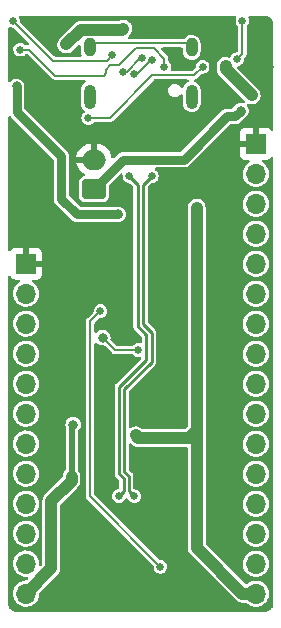
<source format=gbr>
%TF.GenerationSoftware,KiCad,Pcbnew,(6.0.9)*%
%TF.CreationDate,2023-01-04T16:56:23-05:00*%
%TF.ProjectId,RP2040_DevBoard_LiPo,52503230-3430-45f4-9465-76426f617264,rev?*%
%TF.SameCoordinates,Original*%
%TF.FileFunction,Copper,L2,Bot*%
%TF.FilePolarity,Positive*%
%FSLAX46Y46*%
G04 Gerber Fmt 4.6, Leading zero omitted, Abs format (unit mm)*
G04 Created by KiCad (PCBNEW (6.0.9)) date 2023-01-04 16:56:23*
%MOMM*%
%LPD*%
G01*
G04 APERTURE LIST*
G04 Aperture macros list*
%AMRoundRect*
0 Rectangle with rounded corners*
0 $1 Rounding radius*
0 $2 $3 $4 $5 $6 $7 $8 $9 X,Y pos of 4 corners*
0 Add a 4 corners polygon primitive as box body*
4,1,4,$2,$3,$4,$5,$6,$7,$8,$9,$2,$3,0*
0 Add four circle primitives for the rounded corners*
1,1,$1+$1,$2,$3*
1,1,$1+$1,$4,$5*
1,1,$1+$1,$6,$7*
1,1,$1+$1,$8,$9*
0 Add four rect primitives between the rounded corners*
20,1,$1+$1,$2,$3,$4,$5,0*
20,1,$1+$1,$4,$5,$6,$7,0*
20,1,$1+$1,$6,$7,$8,$9,0*
20,1,$1+$1,$8,$9,$2,$3,0*%
G04 Aperture macros list end*
%TA.AperFunction,ComponentPad*%
%ADD10O,1.000000X2.100000*%
%TD*%
%TA.AperFunction,ComponentPad*%
%ADD11O,1.000000X1.600000*%
%TD*%
%TA.AperFunction,ComponentPad*%
%ADD12R,1.700000X1.700000*%
%TD*%
%TA.AperFunction,ComponentPad*%
%ADD13O,1.700000X1.700000*%
%TD*%
%TA.AperFunction,ComponentPad*%
%ADD14RoundRect,0.250000X0.750000X-0.600000X0.750000X0.600000X-0.750000X0.600000X-0.750000X-0.600000X0*%
%TD*%
%TA.AperFunction,ComponentPad*%
%ADD15O,2.000000X1.700000*%
%TD*%
%TA.AperFunction,ViaPad*%
%ADD16C,0.650000*%
%TD*%
%TA.AperFunction,ViaPad*%
%ADD17C,0.800000*%
%TD*%
%TA.AperFunction,Conductor*%
%ADD18C,0.800000*%
%TD*%
%TA.AperFunction,Conductor*%
%ADD19C,1.000000*%
%TD*%
%TA.AperFunction,Conductor*%
%ADD20C,0.200000*%
%TD*%
%TA.AperFunction,Conductor*%
%ADD21C,0.250000*%
%TD*%
%TA.AperFunction,Conductor*%
%ADD22C,0.500000*%
%TD*%
G04 APERTURE END LIST*
D10*
%TO.P,J1,S1,SHIELD*%
%TO.N,unconnected-(J1-PadS1)*%
X167180000Y-27130000D03*
D11*
X175820000Y-22950000D03*
X167180000Y-22950000D03*
D10*
X175820000Y-27130000D03*
%TD*%
D12*
%TO.P,J2,1,Pin_1*%
%TO.N,GND*%
X181250000Y-31100000D03*
D13*
%TO.P,J2,2,Pin_2*%
%TO.N,/GPIO14*%
X181250000Y-33640000D03*
%TO.P,J2,3,Pin_3*%
%TO.N,/GPIO13*%
X181250000Y-36180000D03*
%TO.P,J2,4,Pin_4*%
%TO.N,/GPIO12*%
X181250000Y-38720000D03*
%TO.P,J2,5,Pin_5*%
%TO.N,/GPIO11*%
X181250000Y-41260000D03*
%TO.P,J2,6,Pin_6*%
%TO.N,/GPIO10*%
X181250000Y-43800000D03*
%TO.P,J2,7,Pin_7*%
%TO.N,/GPIO9*%
X181250000Y-46340000D03*
%TO.P,J2,8,Pin_8*%
%TO.N,/GPIO8*%
X181250000Y-48880000D03*
%TO.P,J2,9,Pin_9*%
%TO.N,/GPIO6*%
X181250000Y-51420000D03*
%TO.P,J2,10,Pin_10*%
%TO.N,/GPIO5*%
X181250000Y-53960000D03*
%TO.P,J2,11,Pin_11*%
%TO.N,/GPIO4*%
X181250000Y-56500000D03*
%TO.P,J2,12,Pin_12*%
%TO.N,/GPIO3*%
X181250000Y-59040000D03*
%TO.P,J2,13,Pin_13*%
%TO.N,/GPIO2*%
X181250000Y-61580000D03*
%TO.P,J2,14,Pin_14*%
%TO.N,/GPIO1*%
X181250000Y-64120000D03*
%TO.P,J2,15,Pin_15*%
%TO.N,/GPIO0*%
X181250000Y-66660000D03*
%TO.P,J2,16,Pin_16*%
%TO.N,+3V3*%
X181250000Y-69200000D03*
%TD*%
D12*
%TO.P,J6,1,Pin_1*%
%TO.N,GND*%
X161800000Y-41250000D03*
D13*
%TO.P,J6,2,Pin_2*%
%TO.N,/GPIO16*%
X161800000Y-43790000D03*
%TO.P,J6,3,Pin_3*%
%TO.N,/GPIO17*%
X161800000Y-46330000D03*
%TO.P,J6,4,Pin_4*%
%TO.N,/GPIO18*%
X161800000Y-48870000D03*
%TO.P,J6,5,Pin_5*%
%TO.N,/GPIO19*%
X161800000Y-51410000D03*
%TO.P,J6,6,Pin_6*%
%TO.N,/GPIO20*%
X161800000Y-53950000D03*
%TO.P,J6,7,Pin_7*%
%TO.N,/GPIO22*%
X161800000Y-56490000D03*
%TO.P,J6,8,Pin_8*%
%TO.N,/GPIO23*%
X161800000Y-59030000D03*
%TO.P,J6,9,Pin_9*%
%TO.N,/GPIO24*%
X161800000Y-61570000D03*
%TO.P,J6,10,Pin_10*%
%TO.N,/GPIO25*%
X161800000Y-64110000D03*
%TO.P,J6,11,Pin_11*%
%TO.N,/GPIO26*%
X161800000Y-66650000D03*
%TO.P,J6,12,Pin_12*%
%TO.N,+3V3*%
X161800000Y-69190000D03*
%TD*%
D14*
%TO.P,J3,1,Pin_1*%
%TO.N,+BATT*%
X167532500Y-34950000D03*
D15*
%TO.P,J3,2,Pin_2*%
%TO.N,GND*%
X167532500Y-32450000D03*
%TD*%
D16*
%TO.N,GND*%
X173110000Y-47480000D03*
X161760000Y-23890000D03*
X176110000Y-28820000D03*
X171500000Y-52320000D03*
X171460000Y-54730000D03*
X173650000Y-63140000D03*
X166280000Y-60760000D03*
X172500000Y-50940000D03*
X182470000Y-24570000D03*
X174050000Y-60980000D03*
X168600000Y-46360000D03*
X164650000Y-58920000D03*
X166090000Y-26970000D03*
X171090000Y-31500000D03*
X175090000Y-57170000D03*
X162340000Y-27560000D03*
X163770000Y-52120000D03*
X172690000Y-53460000D03*
X168110000Y-57030000D03*
X174810000Y-41030000D03*
X175330000Y-33910000D03*
X168220000Y-29630000D03*
X171490000Y-53470000D03*
D17*
%TO.N,+5V*%
X170040000Y-21350000D03*
X165200000Y-22700000D03*
X161000000Y-26260000D03*
X169610000Y-37090000D03*
%TO.N,/VSRC*%
X180900000Y-27000000D03*
X178700000Y-24520000D03*
D16*
%TO.N,/CC1*%
X173500000Y-24600000D03*
X161300000Y-23130000D03*
%TO.N,D+*%
X170042451Y-24994697D03*
X171623600Y-23879228D03*
%TO.N,D-*%
X170968076Y-25215101D03*
X172463917Y-24003818D03*
%TO.N,/CC2*%
X169110000Y-23610000D03*
X160700000Y-20700000D03*
%TO.N,QSPI_SS*%
X168100000Y-45280000D03*
X173175000Y-66915000D03*
%TO.N,USB_D+*%
X170980000Y-60960000D03*
X172440000Y-33850000D03*
%TO.N,USB_D-*%
X169670000Y-60930000D03*
X170550000Y-33870000D03*
D17*
%TO.N,+3V3*%
X176250000Y-36510000D03*
X165780000Y-54880000D03*
D16*
X171080000Y-55800000D03*
D17*
X165650000Y-59300000D03*
X168290000Y-47530000D03*
D16*
X171300000Y-48560000D03*
X173910000Y-55900000D03*
%TO.N,Net-(D3-Pad1)*%
X180120000Y-20710000D03*
X179648411Y-23958411D03*
D17*
%TO.N,+BATT*%
X180000000Y-28300000D03*
D16*
%TO.N,Net-(R7-Pad1)*%
X176740000Y-24580000D03*
X167070000Y-28930000D03*
%TD*%
D18*
%TO.N,+5V*%
X166110000Y-37090000D02*
X169610000Y-37090000D01*
X164780000Y-35760000D02*
X166110000Y-37090000D01*
D19*
X166450000Y-21450000D02*
X165200000Y-22700000D01*
D18*
X164780000Y-32160000D02*
X164780000Y-35760000D01*
X161000000Y-26260000D02*
X161000000Y-28380000D01*
X161000000Y-28380000D02*
X164780000Y-32160000D01*
D19*
X169940000Y-21450000D02*
X166450000Y-21450000D01*
X170040000Y-21350000D02*
X169940000Y-21450000D01*
%TO.N,/VSRC*%
X178700000Y-24800000D02*
X180900000Y-27000000D01*
X178700000Y-24520000D02*
X178700000Y-24800000D01*
D20*
%TO.N,/CC1*%
X164260000Y-25330000D02*
X168403814Y-25330000D01*
X168574500Y-25159314D02*
X168574500Y-24841116D01*
X169635000Y-24475000D02*
X171110000Y-23000000D01*
X172600000Y-23000000D02*
X173500000Y-23900000D01*
X161300000Y-23130000D02*
X162060000Y-23130000D01*
X168574500Y-24841116D02*
X168940616Y-24475000D01*
X162060000Y-23130000D02*
X164260000Y-25330000D01*
X168403814Y-25330000D02*
X168574500Y-25159314D01*
X168940616Y-24475000D02*
X169635000Y-24475000D01*
X173500000Y-23900000D02*
X173500000Y-24600000D01*
X171110000Y-23000000D02*
X172600000Y-23000000D01*
%TO.N,D+*%
X170042451Y-24994697D02*
X170305303Y-24994697D01*
X171420772Y-23879228D02*
X171623600Y-23879228D01*
X170305303Y-24994697D02*
X171420772Y-23879228D01*
%TO.N,D-*%
X171171611Y-25215101D02*
X170968076Y-25215101D01*
X172382894Y-24003818D02*
X171171611Y-25215101D01*
X172463917Y-24003818D02*
X172382894Y-24003818D01*
%TO.N,/CC2*%
X164080000Y-24080000D02*
X160700000Y-20700000D01*
X168640000Y-24080000D02*
X164080000Y-24080000D01*
X169110000Y-23610000D02*
X168640000Y-24080000D01*
%TO.N,QSPI_SS*%
X168100000Y-45280000D02*
X167230000Y-46150000D01*
X167230000Y-46150000D02*
X167230000Y-60970000D01*
X167230000Y-60970000D02*
X173175000Y-66915000D01*
D21*
%TO.N,USB_D+*%
X170500000Y-60480000D02*
X170500000Y-59250000D01*
X170120000Y-51900000D02*
X172420000Y-49600000D01*
X171710000Y-34580000D02*
X172440000Y-33850000D01*
X170980000Y-60960000D02*
X170500000Y-60480000D01*
X170120000Y-58870000D02*
X170120000Y-51900000D01*
X172420000Y-49600000D02*
X172420000Y-47090000D01*
X172420000Y-47090000D02*
X171710000Y-46380000D01*
X170500000Y-59250000D02*
X170120000Y-58870000D01*
X171710000Y-46380000D02*
X171710000Y-34580000D01*
%TO.N,USB_D-*%
X170050000Y-60550000D02*
X170050000Y-59436396D01*
X171970000Y-49413604D02*
X171970000Y-47276396D01*
X169670000Y-59056396D02*
X169670000Y-51713604D01*
X170050000Y-59436396D02*
X169670000Y-59056396D01*
X171260000Y-34580000D02*
X170550000Y-33870000D01*
X171970000Y-47276396D02*
X171260000Y-46566396D01*
X171260000Y-46566396D02*
X171260000Y-34580000D01*
X169670000Y-60930000D02*
X170050000Y-60550000D01*
X169670000Y-51713604D02*
X171970000Y-49413604D01*
D19*
%TO.N,+3V3*%
X176250000Y-55350000D02*
X176250000Y-65330000D01*
X180120000Y-69200000D02*
X181250000Y-69200000D01*
X161800000Y-69190000D02*
X163930000Y-67060000D01*
D20*
X169320000Y-48560000D02*
X171300000Y-48560000D01*
D19*
X176250000Y-65330000D02*
X180120000Y-69200000D01*
X171310000Y-56030000D02*
X171080000Y-55800000D01*
D22*
X165780000Y-54880000D02*
X165650000Y-55010000D01*
D19*
X176250000Y-55350000D02*
X175570000Y-56030000D01*
D22*
X165650000Y-55010000D02*
X165650000Y-59640000D01*
D19*
X163930000Y-67060000D02*
X163930000Y-61360000D01*
X176250000Y-36510000D02*
X176250000Y-55350000D01*
D20*
X168290000Y-47530000D02*
X169320000Y-48560000D01*
D19*
X165650000Y-59640000D02*
X165650000Y-59300000D01*
X175570000Y-56030000D02*
X171310000Y-56030000D01*
X163930000Y-61360000D02*
X165650000Y-59640000D01*
D20*
%TO.N,Net-(D3-Pad1)*%
X180120000Y-23486822D02*
X180120000Y-20710000D01*
X179648411Y-23958411D02*
X180120000Y-23486822D01*
%TO.N,unconnected-(J1-PadS1)*%
X167530000Y-22600000D02*
X167180000Y-22950000D01*
X175470000Y-22600000D02*
X167530000Y-22600000D01*
X175820000Y-22950000D02*
X175470000Y-22600000D01*
D18*
%TO.N,+BATT*%
X179500000Y-28800000D02*
X178800000Y-28800000D01*
X175140000Y-32460000D02*
X170022500Y-32460000D01*
X170022500Y-32460000D02*
X167532500Y-34950000D01*
X178800000Y-28800000D02*
X175140000Y-32460000D01*
X180000000Y-28300000D02*
X179500000Y-28800000D01*
D20*
%TO.N,Net-(R7-Pad1)*%
X176020000Y-25300000D02*
X172500000Y-25300000D01*
X176740000Y-24580000D02*
X176020000Y-25300000D01*
X172500000Y-25300000D02*
X168870000Y-28930000D01*
X168870000Y-28930000D02*
X167070000Y-28930000D01*
%TD*%
%TA.AperFunction,Conductor*%
%TO.N,GND*%
G36*
X179558638Y-20280148D02*
G01*
X179605131Y-20333804D01*
X179615235Y-20404078D01*
X179606926Y-20434364D01*
X179562718Y-20541091D01*
X179555416Y-20558720D01*
X179535500Y-20710000D01*
X179555416Y-20861280D01*
X179613808Y-21002250D01*
X179706696Y-21123304D01*
X179716206Y-21130601D01*
X179718068Y-21133151D01*
X179719086Y-21134169D01*
X179718927Y-21134328D01*
X179758072Y-21187939D01*
X179765500Y-21230562D01*
X179765500Y-23248989D01*
X179745498Y-23317110D01*
X179691842Y-23363603D01*
X179648301Y-23373075D01*
X179648411Y-23373911D01*
X179520975Y-23390688D01*
X179497131Y-23393827D01*
X179356161Y-23452219D01*
X179235107Y-23545107D01*
X179142219Y-23666161D01*
X179121299Y-23716666D01*
X179112514Y-23737875D01*
X179067965Y-23793155D01*
X179000601Y-23815576D01*
X178959582Y-23810247D01*
X178903147Y-23793155D01*
X178834520Y-23772370D01*
X178658920Y-23761476D01*
X178651704Y-23762716D01*
X178651702Y-23762716D01*
X178492738Y-23790031D01*
X178492736Y-23790032D01*
X178485523Y-23791271D01*
X178323632Y-23860156D01*
X178181929Y-23964437D01*
X178068018Y-24098520D01*
X178055997Y-24122061D01*
X177991334Y-24248695D01*
X177991332Y-24248700D01*
X177988007Y-24255212D01*
X177986268Y-24262318D01*
X177986267Y-24262321D01*
X177975151Y-24307750D01*
X177946189Y-24426108D01*
X177945841Y-24431710D01*
X177945841Y-24431713D01*
X177945650Y-24434803D01*
X177945500Y-24437214D01*
X177945500Y-24733235D01*
X177944067Y-24752184D01*
X177940826Y-24773489D01*
X177941419Y-24780780D01*
X177941419Y-24780783D01*
X177945085Y-24825848D01*
X177945500Y-24836063D01*
X177945500Y-24844053D01*
X177945925Y-24847697D01*
X177948771Y-24872113D01*
X177949204Y-24876487D01*
X177953191Y-24925498D01*
X177955090Y-24948847D01*
X177957345Y-24955809D01*
X177958518Y-24961677D01*
X177959890Y-24967484D01*
X177960738Y-24974754D01*
X177985532Y-25043060D01*
X177986940Y-25047163D01*
X178009312Y-25116222D01*
X178013109Y-25122479D01*
X178015602Y-25127926D01*
X178018270Y-25133254D01*
X178020768Y-25140134D01*
X178059207Y-25198763D01*
X178060568Y-25200839D01*
X178062915Y-25204559D01*
X178069803Y-25215910D01*
X178100583Y-25266633D01*
X178107949Y-25274974D01*
X178107924Y-25274996D01*
X178110624Y-25278041D01*
X178113220Y-25281146D01*
X178117234Y-25287268D01*
X178122547Y-25292301D01*
X178173126Y-25340215D01*
X178175568Y-25342593D01*
X179281696Y-26448720D01*
X180288747Y-27455771D01*
X180322772Y-27518083D01*
X180317708Y-27588898D01*
X180275161Y-27645734D01*
X180208641Y-27670545D01*
X180172167Y-27667832D01*
X180153922Y-27663754D01*
X180150712Y-27662992D01*
X180090005Y-27647743D01*
X180089999Y-27647742D01*
X180082633Y-27645892D01*
X180075927Y-27645857D01*
X180071875Y-27645150D01*
X180069821Y-27644956D01*
X180062083Y-27643226D01*
X180054159Y-27643475D01*
X180054158Y-27643475D01*
X180037832Y-27643988D01*
X179994593Y-27645347D01*
X179989994Y-27645407D01*
X179924221Y-27645062D01*
X179916836Y-27646835D01*
X179910748Y-27647539D01*
X179906941Y-27647819D01*
X179904719Y-27648171D01*
X179896800Y-27648420D01*
X179835703Y-27666170D01*
X179829990Y-27667685D01*
X179822091Y-27669581D01*
X179777571Y-27680269D01*
X179777567Y-27680271D01*
X179770184Y-27682043D01*
X179763433Y-27685527D01*
X179756317Y-27688174D01*
X179756242Y-27687973D01*
X179749480Y-27690670D01*
X179745611Y-27692344D01*
X179738002Y-27694555D01*
X179731183Y-27698588D01*
X179731180Y-27698589D01*
X179686665Y-27724915D01*
X179680318Y-27728426D01*
X179636161Y-27751217D01*
X179636158Y-27751219D01*
X179629414Y-27754700D01*
X179623694Y-27759689D01*
X179623692Y-27759691D01*
X179623641Y-27759736D01*
X179604956Y-27773237D01*
X179602489Y-27774696D01*
X179602486Y-27774698D01*
X179595664Y-27778733D01*
X179556331Y-27818066D01*
X179550066Y-27823920D01*
X179510039Y-27858838D01*
X179503258Y-27868487D01*
X179489265Y-27885132D01*
X179265802Y-28108595D01*
X179203490Y-28142621D01*
X179176707Y-28145500D01*
X178881522Y-28145500D01*
X178869781Y-28144947D01*
X178862084Y-28143226D01*
X178854158Y-28143475D01*
X178854157Y-28143475D01*
X178791694Y-28145438D01*
X178787736Y-28145500D01*
X178758822Y-28145500D01*
X178754903Y-28145995D01*
X178754901Y-28145995D01*
X178754475Y-28146049D01*
X178742661Y-28146978D01*
X178704719Y-28148171D01*
X178704718Y-28148171D01*
X178696800Y-28148420D01*
X178689189Y-28150631D01*
X178689190Y-28150631D01*
X178676385Y-28154351D01*
X178657027Y-28158360D01*
X178653333Y-28158827D01*
X178643805Y-28160030D01*
X178643803Y-28160030D01*
X178635939Y-28161024D01*
X178628567Y-28163943D01*
X178628566Y-28163943D01*
X178593283Y-28177912D01*
X178582056Y-28181756D01*
X178538002Y-28194555D01*
X178519703Y-28205377D01*
X178501954Y-28214072D01*
X178482186Y-28221899D01*
X178475770Y-28226560D01*
X178475769Y-28226561D01*
X178445075Y-28248862D01*
X178435151Y-28255381D01*
X178402488Y-28274697D01*
X178402483Y-28274701D01*
X178395665Y-28278733D01*
X178380639Y-28293759D01*
X178365605Y-28306600D01*
X178361367Y-28309679D01*
X178348403Y-28319098D01*
X178331068Y-28340053D01*
X178319154Y-28354454D01*
X178311164Y-28363234D01*
X174905802Y-31768595D01*
X174843490Y-31802621D01*
X174816707Y-31805500D01*
X170104021Y-31805500D01*
X170092280Y-31804947D01*
X170084583Y-31803226D01*
X170076657Y-31803475D01*
X170076656Y-31803475D01*
X170014193Y-31805438D01*
X170010235Y-31805500D01*
X169981322Y-31805500D01*
X169977403Y-31805995D01*
X169977401Y-31805995D01*
X169976975Y-31806049D01*
X169965161Y-31806978D01*
X169927219Y-31808171D01*
X169927218Y-31808171D01*
X169919300Y-31808420D01*
X169911689Y-31810631D01*
X169911690Y-31810631D01*
X169898885Y-31814351D01*
X169879527Y-31818360D01*
X169875833Y-31818827D01*
X169866305Y-31820030D01*
X169866303Y-31820030D01*
X169858439Y-31821024D01*
X169851067Y-31823943D01*
X169851066Y-31823943D01*
X169815783Y-31837912D01*
X169804556Y-31841756D01*
X169760502Y-31854555D01*
X169742194Y-31865382D01*
X169724455Y-31874072D01*
X169704686Y-31881899D01*
X169698272Y-31886559D01*
X169667571Y-31908864D01*
X169657651Y-31915380D01*
X169624991Y-31934695D01*
X169624989Y-31934697D01*
X169618164Y-31938733D01*
X169603135Y-31953762D01*
X169588102Y-31966602D01*
X169570903Y-31979098D01*
X169541648Y-32014462D01*
X169533669Y-32023228D01*
X169241090Y-32315807D01*
X169178778Y-32349833D01*
X169107963Y-32344768D01*
X169051127Y-32302221D01*
X169028680Y-32252586D01*
X168989023Y-32063580D01*
X168985963Y-32053383D01*
X168905237Y-31848971D01*
X168900506Y-31839439D01*
X168786484Y-31651538D01*
X168780220Y-31642948D01*
X168636173Y-31476948D01*
X168628542Y-31469528D01*
X168458589Y-31330174D01*
X168449822Y-31324150D01*
X168258818Y-31215424D01*
X168249154Y-31210959D01*
X168042559Y-31135969D01*
X168032292Y-31133198D01*
X167814845Y-31093877D01*
X167806616Y-31092944D01*
X167802124Y-31092732D01*
X167789376Y-31096475D01*
X167788171Y-31097865D01*
X167786500Y-31105548D01*
X167786500Y-32578000D01*
X167766498Y-32646121D01*
X167712842Y-32692614D01*
X167660500Y-32704000D01*
X166066308Y-32704000D01*
X166052777Y-32707973D01*
X166051252Y-32718580D01*
X166075977Y-32836421D01*
X166079037Y-32846617D01*
X166159763Y-33051029D01*
X166164494Y-33060561D01*
X166278516Y-33248462D01*
X166284780Y-33257052D01*
X166428827Y-33423052D01*
X166436458Y-33430472D01*
X166606411Y-33569826D01*
X166615174Y-33575848D01*
X166698117Y-33623061D01*
X166747424Y-33674144D01*
X166761286Y-33743774D01*
X166735303Y-33809845D01*
X166677724Y-33851380D01*
X166676032Y-33851878D01*
X166673052Y-33852202D01*
X166537736Y-33902929D01*
X166530557Y-33908309D01*
X166530554Y-33908311D01*
X166442523Y-33974287D01*
X166422096Y-33989596D01*
X166416715Y-33996776D01*
X166340811Y-34098054D01*
X166340809Y-34098057D01*
X166335429Y-34105236D01*
X166316916Y-34154620D01*
X166296841Y-34208172D01*
X166284702Y-34240552D01*
X166278000Y-34302244D01*
X166278000Y-35597756D01*
X166284702Y-35659448D01*
X166287474Y-35666841D01*
X166287474Y-35666843D01*
X166296282Y-35690339D01*
X166335429Y-35794764D01*
X166340809Y-35801943D01*
X166340811Y-35801946D01*
X166374796Y-35847292D01*
X166422096Y-35910404D01*
X166429276Y-35915785D01*
X166530554Y-35991689D01*
X166530557Y-35991691D01*
X166537736Y-35997071D01*
X166606188Y-36022732D01*
X166665657Y-36045026D01*
X166665659Y-36045026D01*
X166673052Y-36047798D01*
X166680902Y-36048651D01*
X166680903Y-36048651D01*
X166731347Y-36054131D01*
X166734744Y-36054500D01*
X168330256Y-36054500D01*
X168333653Y-36054131D01*
X168384097Y-36048651D01*
X168384098Y-36048651D01*
X168391948Y-36047798D01*
X168399341Y-36045026D01*
X168399343Y-36045026D01*
X168458812Y-36022732D01*
X168527264Y-35997071D01*
X168534443Y-35991691D01*
X168534446Y-35991689D01*
X168635724Y-35915785D01*
X168642904Y-35910404D01*
X168690204Y-35847292D01*
X168724189Y-35801946D01*
X168724191Y-35801943D01*
X168729571Y-35794764D01*
X168768718Y-35690339D01*
X168777526Y-35666843D01*
X168777526Y-35666841D01*
X168780298Y-35659448D01*
X168787000Y-35597756D01*
X168787000Y-34673293D01*
X168807002Y-34605172D01*
X168823905Y-34584198D01*
X169767832Y-33640271D01*
X169830144Y-33606245D01*
X169900959Y-33611310D01*
X169957795Y-33653857D01*
X169982606Y-33720377D01*
X169981849Y-33745812D01*
X169973419Y-33809845D01*
X169965500Y-33870000D01*
X169985416Y-34021280D01*
X170043808Y-34162250D01*
X170136696Y-34283304D01*
X170257750Y-34376192D01*
X170398720Y-34434584D01*
X170546752Y-34454072D01*
X170546754Y-34454073D01*
X170550000Y-34454500D01*
X170549933Y-34455006D01*
X170612659Y-34473424D01*
X170633633Y-34490327D01*
X170843595Y-34700289D01*
X170877621Y-34762601D01*
X170880500Y-34789384D01*
X170880500Y-46512476D01*
X170877951Y-46536424D01*
X170877872Y-46538089D01*
X170875680Y-46548272D01*
X170876904Y-46558613D01*
X170879627Y-46581619D01*
X170879977Y-46587550D01*
X170880072Y-46587542D01*
X170880500Y-46592720D01*
X170880500Y-46597920D01*
X170881354Y-46603049D01*
X170881354Y-46603052D01*
X170883669Y-46616961D01*
X170884506Y-46622839D01*
X170890530Y-46673737D01*
X170894493Y-46681989D01*
X170895996Y-46691022D01*
X170900943Y-46700191D01*
X170900944Y-46700193D01*
X170920334Y-46736128D01*
X170923031Y-46741421D01*
X170941785Y-46780478D01*
X170941788Y-46780482D01*
X170945219Y-46787628D01*
X170948814Y-46791904D01*
X170950737Y-46793827D01*
X170952509Y-46795759D01*
X170952552Y-46795838D01*
X170952428Y-46795951D01*
X170952904Y-46796491D01*
X170955990Y-46802210D01*
X170963635Y-46809277D01*
X170995586Y-46838812D01*
X170999152Y-46842242D01*
X171553595Y-47396685D01*
X171587621Y-47458997D01*
X171590500Y-47485780D01*
X171590500Y-47870069D01*
X171570498Y-47938190D01*
X171516842Y-47984683D01*
X171448054Y-47994991D01*
X171308189Y-47976578D01*
X171308188Y-47976578D01*
X171300000Y-47975500D01*
X171291812Y-47976578D01*
X171160152Y-47993911D01*
X171148720Y-47995416D01*
X171007750Y-48053808D01*
X170990012Y-48067419D01*
X170903431Y-48133855D01*
X170886696Y-48146696D01*
X170879399Y-48156206D01*
X170876849Y-48158068D01*
X170875831Y-48159086D01*
X170875672Y-48158927D01*
X170822061Y-48198072D01*
X170779438Y-48205500D01*
X169519029Y-48205500D01*
X169450908Y-48185498D01*
X169429934Y-48168595D01*
X168975738Y-47714399D01*
X168941712Y-47652087D01*
X168940090Y-47607551D01*
X168948581Y-47547891D01*
X168948581Y-47547888D01*
X168949162Y-47543807D01*
X168949307Y-47530000D01*
X168930276Y-47372733D01*
X168874280Y-47224546D01*
X168818871Y-47143925D01*
X168788855Y-47100251D01*
X168788854Y-47100249D01*
X168784553Y-47093992D01*
X168778285Y-47088407D01*
X168730316Y-47045669D01*
X168666275Y-46988611D01*
X168658889Y-46984700D01*
X168532988Y-46918039D01*
X168532989Y-46918039D01*
X168526274Y-46914484D01*
X168372633Y-46875892D01*
X168365034Y-46875852D01*
X168365033Y-46875852D01*
X168299181Y-46875507D01*
X168214221Y-46875062D01*
X168206841Y-46876834D01*
X168206839Y-46876834D01*
X168067563Y-46910271D01*
X168067560Y-46910272D01*
X168060184Y-46912043D01*
X167919414Y-46984700D01*
X167800039Y-47088838D01*
X167799663Y-47088407D01*
X167743689Y-47122890D01*
X167672706Y-47121538D01*
X167613721Y-47082024D01*
X167585464Y-47016893D01*
X167584500Y-47001340D01*
X167584500Y-46349030D01*
X167604502Y-46280909D01*
X167621404Y-46259935D01*
X167982575Y-45898763D01*
X168044888Y-45864738D01*
X168088114Y-45862936D01*
X168091806Y-45863422D01*
X168091812Y-45863422D01*
X168100000Y-45864500D01*
X168108188Y-45863422D01*
X168243092Y-45845662D01*
X168251280Y-45844584D01*
X168392250Y-45786192D01*
X168513304Y-45693304D01*
X168606192Y-45572250D01*
X168664584Y-45431280D01*
X168684500Y-45280000D01*
X168664584Y-45128720D01*
X168606192Y-44987750D01*
X168530988Y-44889742D01*
X168518327Y-44873242D01*
X168513304Y-44866696D01*
X168392250Y-44773808D01*
X168251280Y-44715416D01*
X168100000Y-44695500D01*
X167948720Y-44715416D01*
X167807750Y-44773808D01*
X167686696Y-44866696D01*
X167681673Y-44873242D01*
X167669012Y-44889742D01*
X167593808Y-44987750D01*
X167535416Y-45128720D01*
X167515500Y-45280000D01*
X167516578Y-45288188D01*
X167517065Y-45291888D01*
X167516578Y-45295010D01*
X167516578Y-45296447D01*
X167516354Y-45296447D01*
X167506123Y-45362036D01*
X167481237Y-45397425D01*
X167015580Y-45863082D01*
X167000098Y-45875587D01*
X166996871Y-45878523D01*
X166988118Y-45884175D01*
X166968991Y-45908438D01*
X166965441Y-45912433D01*
X166965540Y-45912517D01*
X166962182Y-45916480D01*
X166958506Y-45920156D01*
X166955483Y-45924385D01*
X166955483Y-45924386D01*
X166948146Y-45934652D01*
X166944585Y-45939395D01*
X166921503Y-45968675D01*
X166921501Y-45968679D01*
X166915054Y-45976857D01*
X166912221Y-45984925D01*
X166907247Y-45991885D01*
X166904263Y-46001863D01*
X166893580Y-46037586D01*
X166891744Y-46043235D01*
X166875950Y-46088208D01*
X166875500Y-46093404D01*
X166875500Y-46096109D01*
X166875403Y-46098365D01*
X166875260Y-46098841D01*
X166875214Y-46098839D01*
X166875201Y-46099038D01*
X166873432Y-46104955D01*
X166874332Y-46127859D01*
X166875403Y-46155124D01*
X166875500Y-46160070D01*
X166875500Y-60918743D01*
X166873394Y-60938537D01*
X166873189Y-60942890D01*
X166870997Y-60953070D01*
X166873159Y-60971332D01*
X166874627Y-60983737D01*
X166874942Y-60989083D01*
X166875072Y-60989072D01*
X166875500Y-60994252D01*
X166875500Y-60999451D01*
X166876353Y-61004575D01*
X166876354Y-61004588D01*
X166878427Y-61017041D01*
X166879264Y-61022916D01*
X166880170Y-61030567D01*
X166884869Y-61070270D01*
X166888570Y-61077978D01*
X166889975Y-61086417D01*
X166912629Y-61128401D01*
X166915310Y-61133664D01*
X166935955Y-61176658D01*
X166939311Y-61180650D01*
X166941258Y-61182597D01*
X166942748Y-61184222D01*
X166942981Y-61184654D01*
X166942945Y-61184687D01*
X166943084Y-61184845D01*
X166946017Y-61190280D01*
X166953664Y-61197349D01*
X166982881Y-61224357D01*
X166986447Y-61227786D01*
X172556237Y-66797576D01*
X172590263Y-66859888D01*
X172592065Y-66903112D01*
X172590500Y-66915000D01*
X172591578Y-66923188D01*
X172608348Y-67050568D01*
X172610416Y-67066280D01*
X172668808Y-67207250D01*
X172761696Y-67328304D01*
X172882750Y-67421192D01*
X173023720Y-67479584D01*
X173031908Y-67480662D01*
X173080492Y-67487058D01*
X173175000Y-67499500D01*
X173183188Y-67498422D01*
X173318092Y-67480662D01*
X173326280Y-67479584D01*
X173467250Y-67421192D01*
X173588304Y-67328304D01*
X173681192Y-67207250D01*
X173739584Y-67066280D01*
X173741653Y-67050568D01*
X173758422Y-66923188D01*
X173759500Y-66915000D01*
X173739584Y-66763720D01*
X173681192Y-66622750D01*
X173588304Y-66501696D01*
X173467250Y-66408808D01*
X173326280Y-66350416D01*
X173175000Y-66330500D01*
X173163112Y-66332065D01*
X173159990Y-66331578D01*
X173158555Y-66331578D01*
X173158555Y-66331354D01*
X173092963Y-66321122D01*
X173057576Y-66296237D01*
X167621405Y-60860067D01*
X167587379Y-60797755D01*
X167584500Y-60770972D01*
X167584500Y-48057994D01*
X167604502Y-47989873D01*
X167658158Y-47943380D01*
X167728432Y-47933276D01*
X167795298Y-47964799D01*
X167908076Y-48067419D01*
X168047293Y-48143008D01*
X168200522Y-48183207D01*
X168284477Y-48184526D01*
X168351319Y-48185576D01*
X168351322Y-48185576D01*
X168358916Y-48185695D01*
X168366319Y-48183999D01*
X168373878Y-48183205D01*
X168374189Y-48186166D01*
X168431337Y-48189613D01*
X168477720Y-48219058D01*
X169033082Y-48774420D01*
X169045587Y-48789902D01*
X169048523Y-48793129D01*
X169054175Y-48801882D01*
X169078438Y-48821009D01*
X169082433Y-48824559D01*
X169082517Y-48824460D01*
X169086480Y-48827818D01*
X169090156Y-48831494D01*
X169094385Y-48834517D01*
X169094386Y-48834517D01*
X169104652Y-48841854D01*
X169109395Y-48845415D01*
X169138675Y-48868497D01*
X169138679Y-48868499D01*
X169146857Y-48874946D01*
X169154925Y-48877779D01*
X169161885Y-48882753D01*
X169171863Y-48885737D01*
X169207586Y-48896420D01*
X169213235Y-48898256D01*
X169258208Y-48914050D01*
X169263404Y-48914500D01*
X169266109Y-48914500D01*
X169268365Y-48914597D01*
X169268841Y-48914740D01*
X169268839Y-48914786D01*
X169269038Y-48914799D01*
X169274955Y-48916568D01*
X169325124Y-48914597D01*
X169330070Y-48914500D01*
X170779438Y-48914500D01*
X170847559Y-48934502D01*
X170879398Y-48963793D01*
X170886696Y-48973304D01*
X171007750Y-49066192D01*
X171148720Y-49124584D01*
X171156908Y-49125662D01*
X171204588Y-49131939D01*
X171300000Y-49144500D01*
X171308188Y-49143422D01*
X171395413Y-49131939D01*
X171465562Y-49142879D01*
X171518660Y-49190007D01*
X171537850Y-49258361D01*
X171517039Y-49326239D01*
X171500954Y-49345956D01*
X169439784Y-51407126D01*
X169421036Y-51422268D01*
X169419811Y-51423383D01*
X169411060Y-51429033D01*
X169404613Y-51437211D01*
X169404611Y-51437213D01*
X169390271Y-51455404D01*
X169386325Y-51459845D01*
X169386398Y-51459907D01*
X169383039Y-51463871D01*
X169379362Y-51467548D01*
X169368108Y-51483296D01*
X169364602Y-51487966D01*
X169332844Y-51528251D01*
X169329812Y-51536885D01*
X169324486Y-51544338D01*
X169311502Y-51587755D01*
X169309799Y-51593448D01*
X169307964Y-51599096D01*
X169290982Y-51647455D01*
X169290500Y-51653020D01*
X169290500Y-51655728D01*
X169290386Y-51658362D01*
X169290357Y-51658460D01*
X169290193Y-51658453D01*
X169290149Y-51659157D01*
X169288287Y-51665382D01*
X169288696Y-51675787D01*
X169290403Y-51719239D01*
X169290500Y-51724186D01*
X169290500Y-59002476D01*
X169287951Y-59026424D01*
X169287872Y-59028089D01*
X169285680Y-59038272D01*
X169286904Y-59048613D01*
X169289627Y-59071619D01*
X169289977Y-59077550D01*
X169290072Y-59077542D01*
X169290500Y-59082720D01*
X169290500Y-59087920D01*
X169291354Y-59093049D01*
X169291354Y-59093052D01*
X169293669Y-59106961D01*
X169294506Y-59112839D01*
X169297639Y-59139307D01*
X169300530Y-59163737D01*
X169304493Y-59171989D01*
X169305996Y-59181022D01*
X169310943Y-59190191D01*
X169310944Y-59190193D01*
X169330334Y-59226128D01*
X169333031Y-59231421D01*
X169351785Y-59270478D01*
X169351788Y-59270482D01*
X169355219Y-59277628D01*
X169358814Y-59281904D01*
X169360737Y-59283827D01*
X169362509Y-59285759D01*
X169362552Y-59285838D01*
X169362428Y-59285951D01*
X169362904Y-59286491D01*
X169365990Y-59292210D01*
X169373635Y-59299277D01*
X169405586Y-59328812D01*
X169409152Y-59332242D01*
X169633595Y-59556685D01*
X169667621Y-59618997D01*
X169670500Y-59645780D01*
X169670500Y-60234935D01*
X169650498Y-60303056D01*
X169596842Y-60349549D01*
X169560946Y-60359857D01*
X169518720Y-60365416D01*
X169377750Y-60423808D01*
X169256696Y-60516696D01*
X169163808Y-60637750D01*
X169105416Y-60778720D01*
X169104338Y-60786908D01*
X169100949Y-60812648D01*
X169085500Y-60930000D01*
X169089559Y-60960833D01*
X169103967Y-61070270D01*
X169105416Y-61081280D01*
X169163808Y-61222250D01*
X169256696Y-61343304D01*
X169377750Y-61436192D01*
X169518720Y-61494584D01*
X169670000Y-61514500D01*
X169678188Y-61513422D01*
X169813092Y-61495662D01*
X169821280Y-61494584D01*
X169962250Y-61436192D01*
X170083304Y-61343304D01*
X170176192Y-61222250D01*
X170202379Y-61159030D01*
X170246927Y-61103751D01*
X170314290Y-61081330D01*
X170383081Y-61098888D01*
X170431460Y-61150851D01*
X170435192Y-61159023D01*
X170473808Y-61252250D01*
X170566696Y-61373304D01*
X170687750Y-61466192D01*
X170828720Y-61524584D01*
X170980000Y-61544500D01*
X170988188Y-61543422D01*
X171123092Y-61525662D01*
X171131280Y-61524584D01*
X171272250Y-61466192D01*
X171393304Y-61373304D01*
X171486192Y-61252250D01*
X171544584Y-61111280D01*
X171548534Y-61081280D01*
X171563422Y-60968188D01*
X171564500Y-60960000D01*
X171546485Y-60823162D01*
X171545662Y-60816908D01*
X171544584Y-60808720D01*
X171486192Y-60667750D01*
X171393304Y-60546696D01*
X171272250Y-60453808D01*
X171131280Y-60395416D01*
X170989054Y-60376692D01*
X170924127Y-60347970D01*
X170885035Y-60288705D01*
X170879500Y-60251770D01*
X170879500Y-59303920D01*
X170882049Y-59279972D01*
X170882128Y-59278307D01*
X170884320Y-59268124D01*
X170880373Y-59234777D01*
X170880023Y-59228846D01*
X170879928Y-59228854D01*
X170879500Y-59223676D01*
X170879500Y-59218476D01*
X170878646Y-59213344D01*
X170876331Y-59199435D01*
X170875494Y-59193557D01*
X170870694Y-59152999D01*
X170870694Y-59152998D01*
X170869470Y-59142659D01*
X170865507Y-59134407D01*
X170864004Y-59125374D01*
X170839644Y-59080227D01*
X170836960Y-59074958D01*
X170818212Y-59035915D01*
X170814780Y-59028768D01*
X170811186Y-59024492D01*
X170809246Y-59022552D01*
X170807493Y-59020641D01*
X170807444Y-59020551D01*
X170807567Y-59020439D01*
X170807095Y-59019904D01*
X170804010Y-59014186D01*
X170789707Y-59000964D01*
X170764414Y-58977584D01*
X170760848Y-58974154D01*
X170536405Y-58749711D01*
X170502379Y-58687399D01*
X170499500Y-58660616D01*
X170499500Y-56590715D01*
X170519502Y-56522594D01*
X170573158Y-56476101D01*
X170643432Y-56465997D01*
X170708012Y-56495491D01*
X170714595Y-56501620D01*
X170729279Y-56516304D01*
X170741666Y-56530717D01*
X170754437Y-56548071D01*
X170760020Y-56552814D01*
X170794478Y-56582088D01*
X170801994Y-56589018D01*
X170807638Y-56594662D01*
X170829822Y-56612214D01*
X170833196Y-56614981D01*
X170888520Y-56661982D01*
X170895036Y-56665309D01*
X170900009Y-56668626D01*
X170905090Y-56671764D01*
X170910832Y-56676307D01*
X170976657Y-56707071D01*
X170980557Y-56708979D01*
X171038688Y-56738663D01*
X171038698Y-56738667D01*
X171045212Y-56741993D01*
X171052320Y-56743732D01*
X171057951Y-56745826D01*
X171063593Y-56747703D01*
X171070221Y-56750801D01*
X171077383Y-56752291D01*
X171077384Y-56752291D01*
X171141314Y-56765588D01*
X171145603Y-56766559D01*
X171189558Y-56777314D01*
X171216108Y-56783811D01*
X171221710Y-56784159D01*
X171221713Y-56784159D01*
X171227214Y-56784500D01*
X171227212Y-56784534D01*
X171231271Y-56784777D01*
X171235305Y-56785137D01*
X171242473Y-56786628D01*
X171249790Y-56786430D01*
X171319415Y-56784546D01*
X171322823Y-56784500D01*
X175369500Y-56784500D01*
X175437621Y-56804502D01*
X175484114Y-56858158D01*
X175495500Y-56910500D01*
X175495500Y-65263235D01*
X175494067Y-65282184D01*
X175490826Y-65303489D01*
X175491419Y-65310780D01*
X175491419Y-65310783D01*
X175495085Y-65355848D01*
X175495500Y-65366063D01*
X175495500Y-65374053D01*
X175495925Y-65377697D01*
X175498771Y-65402113D01*
X175499204Y-65406487D01*
X175505090Y-65478847D01*
X175507345Y-65485809D01*
X175508518Y-65491677D01*
X175509890Y-65497484D01*
X175510738Y-65504754D01*
X175535532Y-65573060D01*
X175536940Y-65577163D01*
X175559312Y-65646222D01*
X175563109Y-65652479D01*
X175565602Y-65657926D01*
X175568270Y-65663254D01*
X175570768Y-65670134D01*
X175574782Y-65676256D01*
X175610568Y-65730839D01*
X175612915Y-65734559D01*
X175636795Y-65773911D01*
X175650583Y-65796633D01*
X175654295Y-65800836D01*
X175657949Y-65804974D01*
X175657924Y-65804996D01*
X175660624Y-65808041D01*
X175663220Y-65811146D01*
X175667234Y-65817268D01*
X175672547Y-65822301D01*
X175723126Y-65870215D01*
X175725568Y-65872593D01*
X179539276Y-69686300D01*
X179551663Y-69700713D01*
X179564437Y-69718071D01*
X179570020Y-69722814D01*
X179604479Y-69752089D01*
X179611995Y-69759019D01*
X179617638Y-69764662D01*
X179639822Y-69782214D01*
X179643196Y-69784981D01*
X179698520Y-69831982D01*
X179705039Y-69835311D01*
X179710013Y-69838628D01*
X179715089Y-69841763D01*
X179720832Y-69846307D01*
X179727464Y-69849406D01*
X179727463Y-69849406D01*
X179786618Y-69877053D01*
X179790570Y-69878985D01*
X179855212Y-69911993D01*
X179862320Y-69913732D01*
X179867918Y-69915814D01*
X179873591Y-69917701D01*
X179880221Y-69920800D01*
X179951307Y-69935586D01*
X179955591Y-69936556D01*
X180026108Y-69953811D01*
X180031710Y-69954159D01*
X180031713Y-69954159D01*
X180037214Y-69954500D01*
X180037212Y-69954534D01*
X180041269Y-69954777D01*
X180045304Y-69955137D01*
X180052472Y-69956628D01*
X180059789Y-69956430D01*
X180129414Y-69954546D01*
X180132822Y-69954500D01*
X180390322Y-69954500D01*
X180458443Y-69974502D01*
X180478243Y-69990246D01*
X180547793Y-70057998D01*
X180547798Y-70058002D01*
X180551938Y-70062035D01*
X180720720Y-70174812D01*
X180726023Y-70177090D01*
X180726026Y-70177092D01*
X180814707Y-70215192D01*
X180907228Y-70254942D01*
X180950335Y-70264696D01*
X181099579Y-70298467D01*
X181099584Y-70298468D01*
X181105216Y-70299742D01*
X181110987Y-70299969D01*
X181110989Y-70299969D01*
X181170756Y-70302317D01*
X181308053Y-70307712D01*
X181408499Y-70293148D01*
X181503231Y-70279413D01*
X181503236Y-70279412D01*
X181508945Y-70278584D01*
X181514409Y-70276729D01*
X181514414Y-70276728D01*
X181695693Y-70215192D01*
X181695698Y-70215190D01*
X181701165Y-70213334D01*
X181719022Y-70203334D01*
X181793539Y-70161602D01*
X181878276Y-70114147D01*
X181894742Y-70100453D01*
X182028296Y-69989376D01*
X182034345Y-69984345D01*
X182122807Y-69877982D01*
X182160453Y-69832718D01*
X182160455Y-69832715D01*
X182164147Y-69828276D01*
X182239882Y-69693041D01*
X182260510Y-69656208D01*
X182260511Y-69656206D01*
X182263334Y-69651165D01*
X182265190Y-69645698D01*
X182265192Y-69645693D01*
X182326728Y-69464414D01*
X182326729Y-69464409D01*
X182328584Y-69458945D01*
X182329412Y-69453236D01*
X182329413Y-69453231D01*
X182357179Y-69261727D01*
X182357712Y-69258053D01*
X182359232Y-69200000D01*
X182340658Y-68997859D01*
X182285557Y-68802487D01*
X182195776Y-68620428D01*
X182074320Y-68457779D01*
X181925258Y-68319987D01*
X181920375Y-68316906D01*
X181920371Y-68316903D01*
X181758464Y-68214748D01*
X181753581Y-68211667D01*
X181565039Y-68136446D01*
X181559379Y-68135320D01*
X181559375Y-68135319D01*
X181371613Y-68097971D01*
X181371610Y-68097971D01*
X181365946Y-68096844D01*
X181360171Y-68096768D01*
X181360167Y-68096768D01*
X181258793Y-68095441D01*
X181162971Y-68094187D01*
X181157274Y-68095166D01*
X181157273Y-68095166D01*
X181021106Y-68118564D01*
X180962910Y-68128564D01*
X180772463Y-68198824D01*
X180598010Y-68302612D01*
X180593666Y-68306422D01*
X180593660Y-68306426D01*
X180522443Y-68368882D01*
X180458039Y-68398760D01*
X180387706Y-68389074D01*
X180350270Y-68363246D01*
X178617988Y-66630964D01*
X180141148Y-66630964D01*
X180154424Y-66833522D01*
X180155845Y-66839118D01*
X180155846Y-66839123D01*
X180177508Y-66924414D01*
X180204392Y-67030269D01*
X180206809Y-67035512D01*
X180244010Y-67116208D01*
X180289377Y-67214616D01*
X180292710Y-67219332D01*
X180371846Y-67331307D01*
X180406533Y-67380389D01*
X180551938Y-67522035D01*
X180720720Y-67634812D01*
X180726023Y-67637090D01*
X180726026Y-67637092D01*
X180814707Y-67675192D01*
X180907228Y-67714942D01*
X180967517Y-67728584D01*
X181099579Y-67758467D01*
X181099584Y-67758468D01*
X181105216Y-67759742D01*
X181110987Y-67759969D01*
X181110989Y-67759969D01*
X181170756Y-67762317D01*
X181308053Y-67767712D01*
X181408499Y-67753148D01*
X181503231Y-67739413D01*
X181503236Y-67739412D01*
X181508945Y-67738584D01*
X181514409Y-67736729D01*
X181514414Y-67736728D01*
X181695693Y-67675192D01*
X181695698Y-67675190D01*
X181701165Y-67673334D01*
X181719022Y-67663334D01*
X181804322Y-67615563D01*
X181878276Y-67574147D01*
X181923162Y-67536816D01*
X182029913Y-67448031D01*
X182034345Y-67444345D01*
X182099780Y-67365669D01*
X182160453Y-67292718D01*
X182160455Y-67292715D01*
X182164147Y-67288276D01*
X182245624Y-67142788D01*
X182260510Y-67116208D01*
X182260511Y-67116206D01*
X182263334Y-67111165D01*
X182265190Y-67105698D01*
X182265192Y-67105693D01*
X182326728Y-66924414D01*
X182326729Y-66924409D01*
X182328584Y-66918945D01*
X182329412Y-66913236D01*
X182329413Y-66913231D01*
X182349903Y-66771908D01*
X182357712Y-66718053D01*
X182359232Y-66660000D01*
X182344686Y-66501696D01*
X182341187Y-66463613D01*
X182341186Y-66463610D01*
X182340658Y-66457859D01*
X182336270Y-66442299D01*
X182287125Y-66268046D01*
X182287124Y-66268044D01*
X182285557Y-66262487D01*
X182278072Y-66247307D01*
X182198331Y-66085609D01*
X182195776Y-66080428D01*
X182192178Y-66075609D01*
X182077777Y-65922409D01*
X182074320Y-65917779D01*
X181955607Y-65808041D01*
X181929503Y-65783911D01*
X181925258Y-65779987D01*
X181920375Y-65776906D01*
X181920371Y-65776903D01*
X181758464Y-65674748D01*
X181753581Y-65671667D01*
X181565039Y-65596446D01*
X181559379Y-65595320D01*
X181559375Y-65595319D01*
X181371613Y-65557971D01*
X181371610Y-65557971D01*
X181365946Y-65556844D01*
X181360171Y-65556768D01*
X181360167Y-65556768D01*
X181258793Y-65555441D01*
X181162971Y-65554187D01*
X181157274Y-65555166D01*
X181157273Y-65555166D01*
X180975236Y-65586446D01*
X180962910Y-65588564D01*
X180772463Y-65658824D01*
X180598010Y-65762612D01*
X180593670Y-65766418D01*
X180593666Y-65766421D01*
X180535687Y-65817268D01*
X180445392Y-65896455D01*
X180319720Y-66055869D01*
X180317031Y-66060980D01*
X180317029Y-66060983D01*
X180304073Y-66085609D01*
X180225203Y-66235515D01*
X180165007Y-66429378D01*
X180141148Y-66630964D01*
X178617988Y-66630964D01*
X177041405Y-65054381D01*
X177007379Y-64992069D01*
X177004500Y-64965286D01*
X177004500Y-64090964D01*
X180141148Y-64090964D01*
X180154424Y-64293522D01*
X180155845Y-64299118D01*
X180155846Y-64299123D01*
X180174968Y-64374414D01*
X180204392Y-64490269D01*
X180206809Y-64495512D01*
X180244010Y-64576208D01*
X180289377Y-64674616D01*
X180406533Y-64840389D01*
X180551938Y-64982035D01*
X180720720Y-65094812D01*
X180726023Y-65097090D01*
X180726026Y-65097092D01*
X180814707Y-65135192D01*
X180907228Y-65174942D01*
X180959315Y-65186728D01*
X181099579Y-65218467D01*
X181099584Y-65218468D01*
X181105216Y-65219742D01*
X181110987Y-65219969D01*
X181110989Y-65219969D01*
X181170756Y-65222317D01*
X181308053Y-65227712D01*
X181408499Y-65213148D01*
X181503231Y-65199413D01*
X181503236Y-65199412D01*
X181508945Y-65198584D01*
X181514409Y-65196729D01*
X181514414Y-65196728D01*
X181695693Y-65135192D01*
X181695698Y-65135190D01*
X181701165Y-65133334D01*
X181719022Y-65123334D01*
X181793539Y-65081602D01*
X181878276Y-65034147D01*
X181894742Y-65020453D01*
X182029913Y-64908031D01*
X182034345Y-64904345D01*
X182164147Y-64748276D01*
X182263334Y-64571165D01*
X182265190Y-64565698D01*
X182265192Y-64565693D01*
X182326728Y-64384414D01*
X182326729Y-64384409D01*
X182328584Y-64378945D01*
X182329412Y-64373236D01*
X182329413Y-64373231D01*
X182357179Y-64181727D01*
X182357712Y-64178053D01*
X182359232Y-64120000D01*
X182340658Y-63917859D01*
X182336270Y-63902299D01*
X182287125Y-63728046D01*
X182287124Y-63728044D01*
X182285557Y-63722487D01*
X182278072Y-63707307D01*
X182198331Y-63545609D01*
X182195776Y-63540428D01*
X182192178Y-63535609D01*
X182077777Y-63382409D01*
X182074320Y-63377779D01*
X181925258Y-63239987D01*
X181920375Y-63236906D01*
X181920371Y-63236903D01*
X181758464Y-63134748D01*
X181753581Y-63131667D01*
X181565039Y-63056446D01*
X181559379Y-63055320D01*
X181559375Y-63055319D01*
X181371613Y-63017971D01*
X181371610Y-63017971D01*
X181365946Y-63016844D01*
X181360171Y-63016768D01*
X181360167Y-63016768D01*
X181258793Y-63015441D01*
X181162971Y-63014187D01*
X181157274Y-63015166D01*
X181157273Y-63015166D01*
X180975236Y-63046446D01*
X180962910Y-63048564D01*
X180772463Y-63118824D01*
X180598010Y-63222612D01*
X180593670Y-63226418D01*
X180593666Y-63226421D01*
X180573723Y-63243911D01*
X180445392Y-63356455D01*
X180319720Y-63515869D01*
X180317031Y-63520980D01*
X180317029Y-63520983D01*
X180304073Y-63545609D01*
X180225203Y-63695515D01*
X180165007Y-63889378D01*
X180141148Y-64090964D01*
X177004500Y-64090964D01*
X177004500Y-61550964D01*
X180141148Y-61550964D01*
X180154424Y-61753522D01*
X180155845Y-61759118D01*
X180155846Y-61759123D01*
X180174968Y-61834414D01*
X180204392Y-61950269D01*
X180206809Y-61955512D01*
X180244010Y-62036208D01*
X180289377Y-62134616D01*
X180406533Y-62300389D01*
X180551938Y-62442035D01*
X180720720Y-62554812D01*
X180726023Y-62557090D01*
X180726026Y-62557092D01*
X180814707Y-62595192D01*
X180907228Y-62634942D01*
X180959315Y-62646728D01*
X181099579Y-62678467D01*
X181099584Y-62678468D01*
X181105216Y-62679742D01*
X181110987Y-62679969D01*
X181110989Y-62679969D01*
X181170756Y-62682317D01*
X181308053Y-62687712D01*
X181408499Y-62673148D01*
X181503231Y-62659413D01*
X181503236Y-62659412D01*
X181508945Y-62658584D01*
X181514409Y-62656729D01*
X181514414Y-62656728D01*
X181695693Y-62595192D01*
X181695698Y-62595190D01*
X181701165Y-62593334D01*
X181719022Y-62583334D01*
X181793539Y-62541602D01*
X181878276Y-62494147D01*
X181894742Y-62480453D01*
X182029913Y-62368031D01*
X182034345Y-62364345D01*
X182164147Y-62208276D01*
X182263334Y-62031165D01*
X182265190Y-62025698D01*
X182265192Y-62025693D01*
X182326728Y-61844414D01*
X182326729Y-61844409D01*
X182328584Y-61838945D01*
X182329412Y-61833236D01*
X182329413Y-61833231D01*
X182352714Y-61672525D01*
X182357712Y-61638053D01*
X182359232Y-61580000D01*
X182340658Y-61377859D01*
X182336270Y-61362299D01*
X182287125Y-61188046D01*
X182287124Y-61188044D01*
X182285557Y-61182487D01*
X182282683Y-61176658D01*
X182198331Y-61005609D01*
X182195776Y-61000428D01*
X182192178Y-60995609D01*
X182143185Y-60930000D01*
X182074320Y-60837779D01*
X181925258Y-60699987D01*
X181920375Y-60696906D01*
X181920371Y-60696903D01*
X181758464Y-60594748D01*
X181753581Y-60591667D01*
X181565039Y-60516446D01*
X181559379Y-60515320D01*
X181559375Y-60515319D01*
X181371613Y-60477971D01*
X181371610Y-60477971D01*
X181365946Y-60476844D01*
X181360171Y-60476768D01*
X181360167Y-60476768D01*
X181258793Y-60475441D01*
X181162971Y-60474187D01*
X181157274Y-60475166D01*
X181157273Y-60475166D01*
X180975236Y-60506446D01*
X180962910Y-60508564D01*
X180772463Y-60578824D01*
X180598010Y-60682612D01*
X180593670Y-60686418D01*
X180593666Y-60686421D01*
X180573723Y-60703911D01*
X180445392Y-60816455D01*
X180319720Y-60975869D01*
X180317031Y-60980980D01*
X180317029Y-60980983D01*
X180270053Y-61070270D01*
X180225203Y-61155515D01*
X180165007Y-61349378D01*
X180141148Y-61550964D01*
X177004500Y-61550964D01*
X177004500Y-59010964D01*
X180141148Y-59010964D01*
X180154424Y-59213522D01*
X180155845Y-59219118D01*
X180155846Y-59219123D01*
X180184575Y-59332242D01*
X180204392Y-59410269D01*
X180206809Y-59415512D01*
X180244010Y-59496208D01*
X180289377Y-59594616D01*
X180406533Y-59760389D01*
X180551938Y-59902035D01*
X180720720Y-60014812D01*
X180726023Y-60017090D01*
X180726026Y-60017092D01*
X180842326Y-60067058D01*
X180907228Y-60094942D01*
X180959315Y-60106728D01*
X181099579Y-60138467D01*
X181099584Y-60138468D01*
X181105216Y-60139742D01*
X181110987Y-60139969D01*
X181110989Y-60139969D01*
X181170756Y-60142317D01*
X181308053Y-60147712D01*
X181408499Y-60133148D01*
X181503231Y-60119413D01*
X181503236Y-60119412D01*
X181508945Y-60118584D01*
X181514409Y-60116729D01*
X181514414Y-60116728D01*
X181695693Y-60055192D01*
X181695698Y-60055190D01*
X181701165Y-60053334D01*
X181707142Y-60049987D01*
X181850986Y-59969430D01*
X181878276Y-59954147D01*
X181894742Y-59940453D01*
X182029913Y-59828031D01*
X182034345Y-59824345D01*
X182099780Y-59745669D01*
X182160453Y-59672718D01*
X182160455Y-59672715D01*
X182164147Y-59668276D01*
X182263334Y-59491165D01*
X182265190Y-59485698D01*
X182265192Y-59485693D01*
X182326728Y-59304414D01*
X182326729Y-59304409D01*
X182328584Y-59298945D01*
X182329412Y-59293236D01*
X182329413Y-59293231D01*
X182353691Y-59125785D01*
X182357712Y-59098053D01*
X182359232Y-59040000D01*
X182340658Y-58837859D01*
X182336270Y-58822299D01*
X182287125Y-58648046D01*
X182287124Y-58648044D01*
X182285557Y-58642487D01*
X182278072Y-58627307D01*
X182198331Y-58465609D01*
X182195776Y-58460428D01*
X182192178Y-58455609D01*
X182077777Y-58302409D01*
X182074320Y-58297779D01*
X181925258Y-58159987D01*
X181920375Y-58156906D01*
X181920371Y-58156903D01*
X181758464Y-58054748D01*
X181753581Y-58051667D01*
X181565039Y-57976446D01*
X181559379Y-57975320D01*
X181559375Y-57975319D01*
X181371613Y-57937971D01*
X181371610Y-57937971D01*
X181365946Y-57936844D01*
X181360171Y-57936768D01*
X181360167Y-57936768D01*
X181258793Y-57935441D01*
X181162971Y-57934187D01*
X181157274Y-57935166D01*
X181157273Y-57935166D01*
X180975236Y-57966446D01*
X180962910Y-57968564D01*
X180772463Y-58038824D01*
X180598010Y-58142612D01*
X180593670Y-58146418D01*
X180593666Y-58146421D01*
X180573723Y-58163911D01*
X180445392Y-58276455D01*
X180319720Y-58435869D01*
X180317031Y-58440980D01*
X180317029Y-58440983D01*
X180304073Y-58465609D01*
X180225203Y-58615515D01*
X180165007Y-58809378D01*
X180141148Y-59010964D01*
X177004500Y-59010964D01*
X177004500Y-56470964D01*
X180141148Y-56470964D01*
X180154424Y-56673522D01*
X180155845Y-56679118D01*
X180155846Y-56679123D01*
X180187689Y-56804502D01*
X180204392Y-56870269D01*
X180206809Y-56875512D01*
X180244010Y-56956208D01*
X180289377Y-57054616D01*
X180406533Y-57220389D01*
X180551938Y-57362035D01*
X180720720Y-57474812D01*
X180726023Y-57477090D01*
X180726026Y-57477092D01*
X180814707Y-57515192D01*
X180907228Y-57554942D01*
X180959315Y-57566728D01*
X181099579Y-57598467D01*
X181099584Y-57598468D01*
X181105216Y-57599742D01*
X181110987Y-57599969D01*
X181110989Y-57599969D01*
X181170756Y-57602317D01*
X181308053Y-57607712D01*
X181408499Y-57593148D01*
X181503231Y-57579413D01*
X181503236Y-57579412D01*
X181508945Y-57578584D01*
X181514409Y-57576729D01*
X181514414Y-57576728D01*
X181695693Y-57515192D01*
X181695698Y-57515190D01*
X181701165Y-57513334D01*
X181719022Y-57503334D01*
X181793539Y-57461602D01*
X181878276Y-57414147D01*
X181894742Y-57400453D01*
X182029913Y-57288031D01*
X182034345Y-57284345D01*
X182164147Y-57128276D01*
X182263334Y-56951165D01*
X182265190Y-56945698D01*
X182265192Y-56945693D01*
X182326728Y-56764414D01*
X182326729Y-56764409D01*
X182328584Y-56758945D01*
X182329412Y-56753236D01*
X182329413Y-56753231D01*
X182357179Y-56561727D01*
X182357712Y-56558053D01*
X182359232Y-56500000D01*
X182340658Y-56297859D01*
X182337838Y-56287859D01*
X182287125Y-56108046D01*
X182287124Y-56108044D01*
X182285557Y-56102487D01*
X182278072Y-56087307D01*
X182198331Y-55925609D01*
X182195776Y-55920428D01*
X182192178Y-55915609D01*
X182077777Y-55762409D01*
X182074320Y-55757779D01*
X181925258Y-55619987D01*
X181920375Y-55616906D01*
X181920371Y-55616903D01*
X181758464Y-55514748D01*
X181753581Y-55511667D01*
X181565039Y-55436446D01*
X181559379Y-55435320D01*
X181559375Y-55435319D01*
X181371613Y-55397971D01*
X181371610Y-55397971D01*
X181365946Y-55396844D01*
X181360171Y-55396768D01*
X181360167Y-55396768D01*
X181258793Y-55395441D01*
X181162971Y-55394187D01*
X181157274Y-55395166D01*
X181157273Y-55395166D01*
X180976388Y-55426248D01*
X180962910Y-55428564D01*
X180772463Y-55498824D01*
X180598010Y-55602612D01*
X180593670Y-55606418D01*
X180593666Y-55606421D01*
X180573723Y-55623911D01*
X180445392Y-55736455D01*
X180319720Y-55895869D01*
X180317031Y-55900980D01*
X180317029Y-55900983D01*
X180304073Y-55925609D01*
X180225203Y-56075515D01*
X180165007Y-56269378D01*
X180141148Y-56470964D01*
X177004500Y-56470964D01*
X177004500Y-55437448D01*
X177004999Y-55426248D01*
X177005138Y-55424691D01*
X177006628Y-55417527D01*
X177004546Y-55340585D01*
X177004500Y-55337177D01*
X177004500Y-53930964D01*
X180141148Y-53930964D01*
X180154424Y-54133522D01*
X180155845Y-54139118D01*
X180155846Y-54139123D01*
X180188587Y-54268039D01*
X180204392Y-54330269D01*
X180206809Y-54335512D01*
X180244010Y-54416208D01*
X180289377Y-54514616D01*
X180406533Y-54680389D01*
X180551938Y-54822035D01*
X180720720Y-54934812D01*
X180726023Y-54937090D01*
X180726026Y-54937092D01*
X180878645Y-55002662D01*
X180907228Y-55014942D01*
X180959315Y-55026728D01*
X181099579Y-55058467D01*
X181099584Y-55058468D01*
X181105216Y-55059742D01*
X181110987Y-55059969D01*
X181110989Y-55059969D01*
X181166525Y-55062151D01*
X181308053Y-55067712D01*
X181408499Y-55053148D01*
X181503231Y-55039413D01*
X181503236Y-55039412D01*
X181508945Y-55038584D01*
X181514409Y-55036729D01*
X181514414Y-55036728D01*
X181695693Y-54975192D01*
X181695698Y-54975190D01*
X181701165Y-54973334D01*
X181719022Y-54963334D01*
X181835878Y-54897891D01*
X181878276Y-54874147D01*
X181894742Y-54860453D01*
X182029913Y-54748031D01*
X182034345Y-54744345D01*
X182164147Y-54588276D01*
X182247779Y-54438941D01*
X182260510Y-54416208D01*
X182260511Y-54416206D01*
X182263334Y-54411165D01*
X182265190Y-54405698D01*
X182265192Y-54405693D01*
X182326728Y-54224414D01*
X182326729Y-54224409D01*
X182328584Y-54218945D01*
X182329412Y-54213236D01*
X182329413Y-54213231D01*
X182357179Y-54021727D01*
X182357712Y-54018053D01*
X182359232Y-53960000D01*
X182340658Y-53757859D01*
X182336270Y-53742299D01*
X182287125Y-53568046D01*
X182287124Y-53568044D01*
X182285557Y-53562487D01*
X182278072Y-53547307D01*
X182198331Y-53385609D01*
X182195776Y-53380428D01*
X182192178Y-53375609D01*
X182077777Y-53222409D01*
X182074320Y-53217779D01*
X181925258Y-53079987D01*
X181920375Y-53076906D01*
X181920371Y-53076903D01*
X181758464Y-52974748D01*
X181753581Y-52971667D01*
X181565039Y-52896446D01*
X181559379Y-52895320D01*
X181559375Y-52895319D01*
X181371613Y-52857971D01*
X181371610Y-52857971D01*
X181365946Y-52856844D01*
X181360171Y-52856768D01*
X181360167Y-52856768D01*
X181258793Y-52855441D01*
X181162971Y-52854187D01*
X181157274Y-52855166D01*
X181157273Y-52855166D01*
X180975236Y-52886446D01*
X180962910Y-52888564D01*
X180772463Y-52958824D01*
X180598010Y-53062612D01*
X180593670Y-53066418D01*
X180593666Y-53066421D01*
X180573723Y-53083911D01*
X180445392Y-53196455D01*
X180319720Y-53355869D01*
X180317031Y-53360980D01*
X180317029Y-53360983D01*
X180304073Y-53385609D01*
X180225203Y-53535515D01*
X180165007Y-53729378D01*
X180141148Y-53930964D01*
X177004500Y-53930964D01*
X177004500Y-51390964D01*
X180141148Y-51390964D01*
X180154424Y-51593522D01*
X180155845Y-51599118D01*
X180155846Y-51599123D01*
X180187609Y-51724186D01*
X180204392Y-51790269D01*
X180206809Y-51795512D01*
X180244010Y-51876208D01*
X180289377Y-51974616D01*
X180406533Y-52140389D01*
X180551938Y-52282035D01*
X180720720Y-52394812D01*
X180726023Y-52397090D01*
X180726026Y-52397092D01*
X180814707Y-52435192D01*
X180907228Y-52474942D01*
X180959315Y-52486728D01*
X181099579Y-52518467D01*
X181099584Y-52518468D01*
X181105216Y-52519742D01*
X181110987Y-52519969D01*
X181110989Y-52519969D01*
X181170756Y-52522317D01*
X181308053Y-52527712D01*
X181408499Y-52513148D01*
X181503231Y-52499413D01*
X181503236Y-52499412D01*
X181508945Y-52498584D01*
X181514409Y-52496729D01*
X181514414Y-52496728D01*
X181695693Y-52435192D01*
X181695698Y-52435190D01*
X181701165Y-52433334D01*
X181719022Y-52423334D01*
X181793539Y-52381602D01*
X181878276Y-52334147D01*
X181894742Y-52320453D01*
X182029913Y-52208031D01*
X182034345Y-52204345D01*
X182164147Y-52048276D01*
X182263334Y-51871165D01*
X182265190Y-51865698D01*
X182265192Y-51865693D01*
X182326728Y-51684414D01*
X182326729Y-51684409D01*
X182328584Y-51678945D01*
X182329412Y-51673236D01*
X182329413Y-51673231D01*
X182350434Y-51528251D01*
X182357712Y-51478053D01*
X182359232Y-51420000D01*
X182340658Y-51217859D01*
X182336270Y-51202299D01*
X182287125Y-51028046D01*
X182287124Y-51028044D01*
X182285557Y-51022487D01*
X182278072Y-51007307D01*
X182198331Y-50845609D01*
X182195776Y-50840428D01*
X182192178Y-50835609D01*
X182077777Y-50682409D01*
X182074320Y-50677779D01*
X181925258Y-50539987D01*
X181920375Y-50536906D01*
X181920371Y-50536903D01*
X181758464Y-50434748D01*
X181753581Y-50431667D01*
X181565039Y-50356446D01*
X181559379Y-50355320D01*
X181559375Y-50355319D01*
X181371613Y-50317971D01*
X181371610Y-50317971D01*
X181365946Y-50316844D01*
X181360171Y-50316768D01*
X181360167Y-50316768D01*
X181258793Y-50315441D01*
X181162971Y-50314187D01*
X181157274Y-50315166D01*
X181157273Y-50315166D01*
X180975236Y-50346446D01*
X180962910Y-50348564D01*
X180772463Y-50418824D01*
X180598010Y-50522612D01*
X180593670Y-50526418D01*
X180593666Y-50526421D01*
X180573723Y-50543911D01*
X180445392Y-50656455D01*
X180319720Y-50815869D01*
X180317031Y-50820980D01*
X180317029Y-50820983D01*
X180304073Y-50845609D01*
X180225203Y-50995515D01*
X180165007Y-51189378D01*
X180141148Y-51390964D01*
X177004500Y-51390964D01*
X177004500Y-48850964D01*
X180141148Y-48850964D01*
X180154424Y-49053522D01*
X180155845Y-49059118D01*
X180155846Y-49059123D01*
X180189087Y-49190007D01*
X180204392Y-49250269D01*
X180206809Y-49255512D01*
X180244010Y-49336208D01*
X180289377Y-49434616D01*
X180292710Y-49439332D01*
X180402276Y-49594365D01*
X180406533Y-49600389D01*
X180551938Y-49742035D01*
X180720720Y-49854812D01*
X180726023Y-49857090D01*
X180726026Y-49857092D01*
X180814707Y-49895192D01*
X180907228Y-49934942D01*
X180959315Y-49946728D01*
X181099579Y-49978467D01*
X181099584Y-49978468D01*
X181105216Y-49979742D01*
X181110987Y-49979969D01*
X181110989Y-49979969D01*
X181170756Y-49982317D01*
X181308053Y-49987712D01*
X181408499Y-49973148D01*
X181503231Y-49959413D01*
X181503236Y-49959412D01*
X181508945Y-49958584D01*
X181514409Y-49956729D01*
X181514414Y-49956728D01*
X181695693Y-49895192D01*
X181695698Y-49895190D01*
X181701165Y-49893334D01*
X181716813Y-49884571D01*
X181817941Y-49827936D01*
X181878276Y-49794147D01*
X181893839Y-49781204D01*
X182029913Y-49668031D01*
X182034345Y-49664345D01*
X182164147Y-49508276D01*
X182263334Y-49331165D01*
X182265190Y-49325698D01*
X182265192Y-49325693D01*
X182326728Y-49144414D01*
X182326729Y-49144409D01*
X182328584Y-49138945D01*
X182329412Y-49133236D01*
X182329413Y-49133231D01*
X182357179Y-48941727D01*
X182357712Y-48938053D01*
X182359232Y-48880000D01*
X182340658Y-48677859D01*
X182336270Y-48662299D01*
X182287125Y-48488046D01*
X182287124Y-48488044D01*
X182285557Y-48482487D01*
X182278072Y-48467307D01*
X182198331Y-48305609D01*
X182195776Y-48300428D01*
X182192178Y-48295609D01*
X182110452Y-48186166D01*
X182074320Y-48137779D01*
X181925258Y-47999987D01*
X181920375Y-47996906D01*
X181920371Y-47996903D01*
X181758464Y-47894748D01*
X181753581Y-47891667D01*
X181565039Y-47816446D01*
X181559379Y-47815320D01*
X181559375Y-47815319D01*
X181371613Y-47777971D01*
X181371610Y-47777971D01*
X181365946Y-47776844D01*
X181360171Y-47776768D01*
X181360167Y-47776768D01*
X181258793Y-47775441D01*
X181162971Y-47774187D01*
X181157274Y-47775166D01*
X181157273Y-47775166D01*
X180975236Y-47806446D01*
X180962910Y-47808564D01*
X180772463Y-47878824D01*
X180598010Y-47982612D01*
X180593670Y-47986418D01*
X180593666Y-47986421D01*
X180497175Y-48071042D01*
X180445392Y-48116455D01*
X180319720Y-48275869D01*
X180317031Y-48280980D01*
X180317029Y-48280983D01*
X180304073Y-48305609D01*
X180225203Y-48455515D01*
X180165007Y-48649378D01*
X180141148Y-48850964D01*
X177004500Y-48850964D01*
X177004500Y-46310964D01*
X180141148Y-46310964D01*
X180154424Y-46513522D01*
X180155845Y-46519118D01*
X180155846Y-46519123D01*
X180176119Y-46598945D01*
X180204392Y-46710269D01*
X180206809Y-46715512D01*
X180275490Y-46864493D01*
X180289377Y-46894616D01*
X180292710Y-46899332D01*
X180389661Y-47036515D01*
X180406533Y-47060389D01*
X180410675Y-47064424D01*
X180435737Y-47088838D01*
X180551938Y-47202035D01*
X180720720Y-47314812D01*
X180726023Y-47317090D01*
X180726026Y-47317092D01*
X180855535Y-47372733D01*
X180907228Y-47394942D01*
X180959315Y-47406728D01*
X181099579Y-47438467D01*
X181099584Y-47438468D01*
X181105216Y-47439742D01*
X181110987Y-47439969D01*
X181110989Y-47439969D01*
X181170756Y-47442317D01*
X181308053Y-47447712D01*
X181408499Y-47433148D01*
X181503231Y-47419413D01*
X181503236Y-47419412D01*
X181508945Y-47418584D01*
X181514409Y-47416729D01*
X181514414Y-47416728D01*
X181695693Y-47355192D01*
X181695698Y-47355190D01*
X181701165Y-47353334D01*
X181719022Y-47343334D01*
X181793539Y-47301602D01*
X181878276Y-47254147D01*
X181894742Y-47240453D01*
X182029913Y-47128031D01*
X182034345Y-47124345D01*
X182063876Y-47088838D01*
X182160453Y-46972718D01*
X182160455Y-46972715D01*
X182164147Y-46968276D01*
X182231998Y-46847119D01*
X182260510Y-46796208D01*
X182260511Y-46796206D01*
X182263334Y-46791165D01*
X182265190Y-46785698D01*
X182265192Y-46785693D01*
X182326728Y-46604414D01*
X182326729Y-46604409D01*
X182328584Y-46598945D01*
X182329412Y-46593236D01*
X182329413Y-46593231D01*
X182357179Y-46401727D01*
X182357712Y-46398053D01*
X182359232Y-46340000D01*
X182342699Y-46160070D01*
X182341187Y-46143613D01*
X182341186Y-46143610D01*
X182340658Y-46137859D01*
X182334312Y-46115359D01*
X182287125Y-45948046D01*
X182287124Y-45948044D01*
X182285557Y-45942487D01*
X182282889Y-45937075D01*
X182198331Y-45765609D01*
X182195776Y-45760428D01*
X182192178Y-45755609D01*
X182077777Y-45602409D01*
X182074320Y-45597779D01*
X181925258Y-45459987D01*
X181920375Y-45456906D01*
X181920371Y-45456903D01*
X181758464Y-45354748D01*
X181753581Y-45351667D01*
X181565039Y-45276446D01*
X181559379Y-45275320D01*
X181559375Y-45275319D01*
X181371613Y-45237971D01*
X181371610Y-45237971D01*
X181365946Y-45236844D01*
X181360171Y-45236768D01*
X181360167Y-45236768D01*
X181258793Y-45235441D01*
X181162971Y-45234187D01*
X181157274Y-45235166D01*
X181157273Y-45235166D01*
X180975236Y-45266446D01*
X180962910Y-45268564D01*
X180772463Y-45338824D01*
X180598010Y-45442612D01*
X180593670Y-45446418D01*
X180593666Y-45446421D01*
X180573723Y-45463911D01*
X180445392Y-45576455D01*
X180319720Y-45735869D01*
X180317031Y-45740980D01*
X180317029Y-45740983D01*
X180291581Y-45789352D01*
X180225203Y-45915515D01*
X180206156Y-45976857D01*
X180168528Y-46098040D01*
X180165007Y-46109378D01*
X180141148Y-46310964D01*
X177004500Y-46310964D01*
X177004500Y-43770964D01*
X180141148Y-43770964D01*
X180154424Y-43973522D01*
X180155845Y-43979118D01*
X180155846Y-43979123D01*
X180174968Y-44054414D01*
X180204392Y-44170269D01*
X180206809Y-44175512D01*
X180244010Y-44256208D01*
X180289377Y-44354616D01*
X180406533Y-44520389D01*
X180551938Y-44662035D01*
X180720720Y-44774812D01*
X180726023Y-44777090D01*
X180726026Y-44777092D01*
X180814707Y-44815192D01*
X180907228Y-44854942D01*
X180959315Y-44866728D01*
X181099579Y-44898467D01*
X181099584Y-44898468D01*
X181105216Y-44899742D01*
X181110987Y-44899969D01*
X181110989Y-44899969D01*
X181170756Y-44902317D01*
X181308053Y-44907712D01*
X181408499Y-44893148D01*
X181503231Y-44879413D01*
X181503236Y-44879412D01*
X181508945Y-44878584D01*
X181514409Y-44876729D01*
X181514414Y-44876728D01*
X181695693Y-44815192D01*
X181695698Y-44815190D01*
X181701165Y-44813334D01*
X181719022Y-44803334D01*
X181870367Y-44718576D01*
X181878276Y-44714147D01*
X181894742Y-44700453D01*
X182029913Y-44588031D01*
X182034345Y-44584345D01*
X182164147Y-44428276D01*
X182263334Y-44251165D01*
X182265190Y-44245698D01*
X182265192Y-44245693D01*
X182326728Y-44064414D01*
X182326729Y-44064409D01*
X182328584Y-44058945D01*
X182329412Y-44053236D01*
X182329413Y-44053231D01*
X182357179Y-43861727D01*
X182357712Y-43858053D01*
X182359232Y-43800000D01*
X182340658Y-43597859D01*
X182336270Y-43582299D01*
X182287125Y-43408046D01*
X182287124Y-43408044D01*
X182285557Y-43402487D01*
X182278072Y-43387307D01*
X182198331Y-43225609D01*
X182195776Y-43220428D01*
X182192178Y-43215609D01*
X182077777Y-43062409D01*
X182074320Y-43057779D01*
X181925258Y-42919987D01*
X181920375Y-42916906D01*
X181920371Y-42916903D01*
X181758464Y-42814748D01*
X181753581Y-42811667D01*
X181565039Y-42736446D01*
X181559379Y-42735320D01*
X181559375Y-42735319D01*
X181371613Y-42697971D01*
X181371610Y-42697971D01*
X181365946Y-42696844D01*
X181360171Y-42696768D01*
X181360167Y-42696768D01*
X181258793Y-42695441D01*
X181162971Y-42694187D01*
X181157274Y-42695166D01*
X181157273Y-42695166D01*
X181029585Y-42717107D01*
X180962910Y-42728564D01*
X180772463Y-42798824D01*
X180598010Y-42902612D01*
X180593670Y-42906418D01*
X180593666Y-42906421D01*
X180573723Y-42923911D01*
X180445392Y-43036455D01*
X180319720Y-43195869D01*
X180317031Y-43200980D01*
X180317029Y-43200983D01*
X180304073Y-43225609D01*
X180225203Y-43375515D01*
X180165007Y-43569378D01*
X180141148Y-43770964D01*
X177004500Y-43770964D01*
X177004500Y-41230964D01*
X180141148Y-41230964D01*
X180154424Y-41433522D01*
X180155845Y-41439118D01*
X180155846Y-41439123D01*
X180176119Y-41518945D01*
X180204392Y-41630269D01*
X180206809Y-41635512D01*
X180244010Y-41716208D01*
X180289377Y-41814616D01*
X180406533Y-41980389D01*
X180551938Y-42122035D01*
X180556742Y-42125245D01*
X180596014Y-42151486D01*
X180720720Y-42234812D01*
X180726023Y-42237090D01*
X180726026Y-42237092D01*
X180901921Y-42312662D01*
X180907228Y-42314942D01*
X180975653Y-42330425D01*
X181099579Y-42358467D01*
X181099584Y-42358468D01*
X181105216Y-42359742D01*
X181110987Y-42359969D01*
X181110989Y-42359969D01*
X181170756Y-42362317D01*
X181308053Y-42367712D01*
X181408499Y-42353148D01*
X181503231Y-42339413D01*
X181503236Y-42339412D01*
X181508945Y-42338584D01*
X181514409Y-42336729D01*
X181514414Y-42336728D01*
X181695693Y-42275192D01*
X181695698Y-42275190D01*
X181701165Y-42273334D01*
X181878276Y-42174147D01*
X181940934Y-42122035D01*
X182029913Y-42048031D01*
X182034345Y-42044345D01*
X182164147Y-41888276D01*
X182263334Y-41711165D01*
X182265190Y-41705698D01*
X182265192Y-41705693D01*
X182326728Y-41524414D01*
X182326729Y-41524409D01*
X182328584Y-41518945D01*
X182329412Y-41513236D01*
X182329413Y-41513231D01*
X182357179Y-41321727D01*
X182357712Y-41318053D01*
X182359232Y-41260000D01*
X182340658Y-41057859D01*
X182339090Y-41052299D01*
X182287125Y-40868046D01*
X182287124Y-40868044D01*
X182285557Y-40862487D01*
X182274978Y-40841033D01*
X182198331Y-40685609D01*
X182195776Y-40680428D01*
X182074320Y-40517779D01*
X181925258Y-40379987D01*
X181920375Y-40376906D01*
X181920371Y-40376903D01*
X181758464Y-40274748D01*
X181753581Y-40271667D01*
X181565039Y-40196446D01*
X181559379Y-40195320D01*
X181559375Y-40195319D01*
X181371613Y-40157971D01*
X181371610Y-40157971D01*
X181365946Y-40156844D01*
X181360171Y-40156768D01*
X181360167Y-40156768D01*
X181258793Y-40155441D01*
X181162971Y-40154187D01*
X181157274Y-40155166D01*
X181157273Y-40155166D01*
X180968607Y-40187585D01*
X180962910Y-40188564D01*
X180772463Y-40258824D01*
X180598010Y-40362612D01*
X180593670Y-40366418D01*
X180593666Y-40366421D01*
X180573723Y-40383911D01*
X180445392Y-40496455D01*
X180319720Y-40655869D01*
X180317031Y-40660980D01*
X180317029Y-40660983D01*
X180304073Y-40685609D01*
X180225203Y-40835515D01*
X180165007Y-41029378D01*
X180141148Y-41230964D01*
X177004500Y-41230964D01*
X177004500Y-38690964D01*
X180141148Y-38690964D01*
X180154424Y-38893522D01*
X180155845Y-38899118D01*
X180155846Y-38899123D01*
X180176119Y-38978945D01*
X180204392Y-39090269D01*
X180206809Y-39095512D01*
X180244010Y-39176208D01*
X180289377Y-39274616D01*
X180406533Y-39440389D01*
X180551938Y-39582035D01*
X180720720Y-39694812D01*
X180726023Y-39697090D01*
X180726026Y-39697092D01*
X180814707Y-39735192D01*
X180907228Y-39774942D01*
X180980244Y-39791464D01*
X181099579Y-39818467D01*
X181099584Y-39818468D01*
X181105216Y-39819742D01*
X181110987Y-39819969D01*
X181110989Y-39819969D01*
X181170756Y-39822317D01*
X181308053Y-39827712D01*
X181408499Y-39813148D01*
X181503231Y-39799413D01*
X181503236Y-39799412D01*
X181508945Y-39798584D01*
X181514409Y-39796729D01*
X181514414Y-39796728D01*
X181695693Y-39735192D01*
X181695698Y-39735190D01*
X181701165Y-39733334D01*
X181878276Y-39634147D01*
X181940934Y-39582035D01*
X182029913Y-39508031D01*
X182034345Y-39504345D01*
X182164147Y-39348276D01*
X182263334Y-39171165D01*
X182265190Y-39165698D01*
X182265192Y-39165693D01*
X182326728Y-38984414D01*
X182326729Y-38984409D01*
X182328584Y-38978945D01*
X182329412Y-38973236D01*
X182329413Y-38973231D01*
X182357179Y-38781727D01*
X182357712Y-38778053D01*
X182359232Y-38720000D01*
X182340658Y-38517859D01*
X182339090Y-38512299D01*
X182287125Y-38328046D01*
X182287124Y-38328044D01*
X182285557Y-38322487D01*
X182274978Y-38301033D01*
X182198331Y-38145609D01*
X182195776Y-38140428D01*
X182074320Y-37977779D01*
X181925258Y-37839987D01*
X181920375Y-37836906D01*
X181920371Y-37836903D01*
X181758464Y-37734748D01*
X181753581Y-37731667D01*
X181565039Y-37656446D01*
X181559379Y-37655320D01*
X181559375Y-37655319D01*
X181371613Y-37617971D01*
X181371610Y-37617971D01*
X181365946Y-37616844D01*
X181360171Y-37616768D01*
X181360167Y-37616768D01*
X181258793Y-37615441D01*
X181162971Y-37614187D01*
X181157274Y-37615166D01*
X181157273Y-37615166D01*
X180984803Y-37644802D01*
X180962910Y-37648564D01*
X180772463Y-37718824D01*
X180598010Y-37822612D01*
X180593670Y-37826418D01*
X180593666Y-37826421D01*
X180573723Y-37843911D01*
X180445392Y-37956455D01*
X180319720Y-38115869D01*
X180317031Y-38120980D01*
X180317029Y-38120983D01*
X180304073Y-38145609D01*
X180225203Y-38295515D01*
X180165007Y-38489378D01*
X180141148Y-38690964D01*
X177004500Y-38690964D01*
X177004500Y-36465947D01*
X176991393Y-36353522D01*
X176990110Y-36342518D01*
X176990110Y-36342516D01*
X176989262Y-36335246D01*
X176952637Y-36234344D01*
X176931729Y-36176745D01*
X176929232Y-36169866D01*
X176921129Y-36157506D01*
X176916840Y-36150964D01*
X180141148Y-36150964D01*
X180154424Y-36353522D01*
X180155845Y-36359118D01*
X180155846Y-36359123D01*
X180195055Y-36513504D01*
X180204392Y-36550269D01*
X180206809Y-36555512D01*
X180252209Y-36653992D01*
X180289377Y-36734616D01*
X180406533Y-36900389D01*
X180551938Y-37042035D01*
X180720720Y-37154812D01*
X180726023Y-37157090D01*
X180726026Y-37157092D01*
X180814707Y-37195192D01*
X180907228Y-37234942D01*
X180980244Y-37251464D01*
X181099579Y-37278467D01*
X181099584Y-37278468D01*
X181105216Y-37279742D01*
X181110987Y-37279969D01*
X181110989Y-37279969D01*
X181163827Y-37282045D01*
X181308053Y-37287712D01*
X181408499Y-37273148D01*
X181503231Y-37259413D01*
X181503236Y-37259412D01*
X181508945Y-37258584D01*
X181514409Y-37256729D01*
X181514414Y-37256728D01*
X181695693Y-37195192D01*
X181695698Y-37195190D01*
X181701165Y-37193334D01*
X181878276Y-37094147D01*
X181883263Y-37090000D01*
X182029913Y-36968031D01*
X182034345Y-36964345D01*
X182164147Y-36808276D01*
X182263334Y-36631165D01*
X182265190Y-36625698D01*
X182265192Y-36625693D01*
X182326728Y-36444414D01*
X182326729Y-36444409D01*
X182328584Y-36438945D01*
X182329412Y-36433236D01*
X182329413Y-36433231D01*
X182357179Y-36241727D01*
X182357712Y-36238053D01*
X182359232Y-36180000D01*
X182342713Y-36000221D01*
X182341187Y-35983613D01*
X182341186Y-35983610D01*
X182340658Y-35977859D01*
X182335627Y-35960020D01*
X182287125Y-35788046D01*
X182287124Y-35788044D01*
X182285557Y-35782487D01*
X182280517Y-35772265D01*
X182198331Y-35605609D01*
X182195776Y-35600428D01*
X182074320Y-35437779D01*
X181925258Y-35299987D01*
X181920375Y-35296906D01*
X181920371Y-35296903D01*
X181758464Y-35194748D01*
X181753581Y-35191667D01*
X181565039Y-35116446D01*
X181559379Y-35115320D01*
X181559375Y-35115319D01*
X181371613Y-35077971D01*
X181371610Y-35077971D01*
X181365946Y-35076844D01*
X181360171Y-35076768D01*
X181360167Y-35076768D01*
X181258793Y-35075441D01*
X181162971Y-35074187D01*
X181157274Y-35075166D01*
X181157273Y-35075166D01*
X180968607Y-35107585D01*
X180962910Y-35108564D01*
X180772463Y-35178824D01*
X180598010Y-35282612D01*
X180593670Y-35286418D01*
X180593666Y-35286421D01*
X180573723Y-35303911D01*
X180445392Y-35416455D01*
X180319720Y-35575869D01*
X180317031Y-35580980D01*
X180317029Y-35580983D01*
X180306417Y-35601153D01*
X180225203Y-35755515D01*
X180165007Y-35949378D01*
X180141148Y-36150964D01*
X176916840Y-36150964D01*
X176872241Y-36082941D01*
X176832766Y-36022732D01*
X176705040Y-35901736D01*
X176552904Y-35813368D01*
X176384520Y-35762370D01*
X176208920Y-35751476D01*
X176201704Y-35752716D01*
X176201702Y-35752716D01*
X176042738Y-35780031D01*
X176042736Y-35780032D01*
X176035523Y-35781271D01*
X175873632Y-35850156D01*
X175731929Y-35954437D01*
X175618018Y-36088520D01*
X175602080Y-36119732D01*
X175541334Y-36238695D01*
X175541332Y-36238700D01*
X175538007Y-36245212D01*
X175496189Y-36416108D01*
X175495500Y-36427214D01*
X175495500Y-54985286D01*
X175475498Y-55053407D01*
X175458595Y-55074381D01*
X175294381Y-55238595D01*
X175232069Y-55272621D01*
X175205286Y-55275500D01*
X171674714Y-55275500D01*
X171606593Y-55255498D01*
X171587723Y-55240291D01*
X171587671Y-55240349D01*
X171586483Y-55239292D01*
X171585619Y-55238595D01*
X171582362Y-55235338D01*
X171479167Y-55153693D01*
X171472538Y-55150595D01*
X171472535Y-55150593D01*
X171357161Y-55096671D01*
X171319778Y-55079199D01*
X171179427Y-55050007D01*
X171154691Y-55044862D01*
X171154690Y-55044862D01*
X171147527Y-55043372D01*
X170971654Y-55048131D01*
X170801592Y-55093221D01*
X170684943Y-55155638D01*
X170615446Y-55170139D01*
X170549138Y-55144765D01*
X170507075Y-55087571D01*
X170499500Y-55044541D01*
X170499500Y-52109384D01*
X170519502Y-52041263D01*
X170536405Y-52020289D01*
X172650216Y-49906478D01*
X172668964Y-49891336D01*
X172670189Y-49890221D01*
X172678940Y-49884571D01*
X172685387Y-49876393D01*
X172685389Y-49876391D01*
X172699729Y-49858200D01*
X172703678Y-49853756D01*
X172703604Y-49853694D01*
X172706957Y-49849737D01*
X172710638Y-49846056D01*
X172721865Y-49830346D01*
X172725421Y-49825609D01*
X172747997Y-49796972D01*
X172757156Y-49785353D01*
X172760189Y-49776716D01*
X172765513Y-49769266D01*
X172780202Y-49720151D01*
X172782034Y-49714514D01*
X172796390Y-49673633D01*
X172796390Y-49673632D01*
X172799018Y-49666149D01*
X172799500Y-49660584D01*
X172799500Y-49657876D01*
X172799614Y-49655242D01*
X172799643Y-49655144D01*
X172799807Y-49655151D01*
X172799851Y-49654447D01*
X172801713Y-49648222D01*
X172799597Y-49594365D01*
X172799500Y-49589418D01*
X172799500Y-47143925D01*
X172802050Y-47119967D01*
X172802128Y-47118308D01*
X172804321Y-47108124D01*
X172803097Y-47097782D01*
X172803097Y-47097779D01*
X172800374Y-47074779D01*
X172800024Y-47068848D01*
X172799928Y-47068856D01*
X172799500Y-47063680D01*
X172799500Y-47058476D01*
X172796327Y-47039412D01*
X172795496Y-47033566D01*
X172791681Y-47001340D01*
X172789470Y-46982659D01*
X172785507Y-46974407D01*
X172784004Y-46965374D01*
X172759665Y-46920266D01*
X172756969Y-46914975D01*
X172738215Y-46875919D01*
X172738214Y-46875918D01*
X172734781Y-46868768D01*
X172731187Y-46864493D01*
X172729262Y-46862568D01*
X172727491Y-46860638D01*
X172727445Y-46860553D01*
X172727568Y-46860441D01*
X172727096Y-46859906D01*
X172724010Y-46854186D01*
X172709178Y-46840475D01*
X172684414Y-46817584D01*
X172680848Y-46814154D01*
X172126405Y-46259711D01*
X172092379Y-46197399D01*
X172089500Y-46170616D01*
X172089500Y-34789384D01*
X172109502Y-34721263D01*
X172126405Y-34700289D01*
X172356367Y-34470327D01*
X172418679Y-34436301D01*
X172437947Y-34434230D01*
X172440000Y-34434500D01*
X172448188Y-34433422D01*
X172583092Y-34415662D01*
X172591280Y-34414584D01*
X172732250Y-34356192D01*
X172820693Y-34288327D01*
X172846758Y-34268327D01*
X172853304Y-34263304D01*
X172946192Y-34142250D01*
X173004584Y-34001280D01*
X173024500Y-33850000D01*
X173004584Y-33698720D01*
X172946192Y-33557750D01*
X172853304Y-33436696D01*
X172817703Y-33409378D01*
X172732250Y-33343808D01*
X172733306Y-33342431D01*
X172691168Y-33298239D01*
X172677730Y-33228526D01*
X172704116Y-33162614D01*
X172761947Y-33121431D01*
X172803160Y-33114500D01*
X175058479Y-33114500D01*
X175070220Y-33115053D01*
X175077917Y-33116774D01*
X175085843Y-33116525D01*
X175085844Y-33116525D01*
X175148307Y-33114562D01*
X175152265Y-33114500D01*
X175181178Y-33114500D01*
X175185097Y-33114005D01*
X175185099Y-33114005D01*
X175185525Y-33113951D01*
X175197339Y-33113022D01*
X175235281Y-33111829D01*
X175235282Y-33111829D01*
X175243200Y-33111580D01*
X175263615Y-33105649D01*
X175282973Y-33101640D01*
X175286667Y-33101173D01*
X175296195Y-33099970D01*
X175296197Y-33099970D01*
X175304061Y-33098976D01*
X175311434Y-33096057D01*
X175346712Y-33082090D01*
X175357941Y-33078245D01*
X175362761Y-33076845D01*
X175401999Y-33065445D01*
X175420298Y-33054623D01*
X175438045Y-33045928D01*
X175457814Y-33038101D01*
X175494927Y-33011137D01*
X175504846Y-33004622D01*
X175537506Y-32985307D01*
X175537510Y-32985304D01*
X175544336Y-32981267D01*
X175559365Y-32966238D01*
X175574399Y-32953397D01*
X175585183Y-32945562D01*
X175591597Y-32940902D01*
X175620852Y-32905538D01*
X175628831Y-32896772D01*
X177697718Y-30827885D01*
X179892000Y-30827885D01*
X179896475Y-30843124D01*
X179897865Y-30844329D01*
X179905548Y-30846000D01*
X180977885Y-30846000D01*
X180993124Y-30841525D01*
X180994329Y-30840135D01*
X180996000Y-30832452D01*
X180996000Y-29760116D01*
X180991525Y-29744877D01*
X180990135Y-29743672D01*
X180982452Y-29742001D01*
X180355331Y-29742001D01*
X180348510Y-29742371D01*
X180297648Y-29747895D01*
X180282396Y-29751521D01*
X180161946Y-29796676D01*
X180146351Y-29805214D01*
X180044276Y-29881715D01*
X180031715Y-29894276D01*
X179955214Y-29996351D01*
X179946676Y-30011946D01*
X179901522Y-30132394D01*
X179897895Y-30147649D01*
X179892369Y-30198514D01*
X179892000Y-30205328D01*
X179892000Y-30827885D01*
X177697718Y-30827885D01*
X179034198Y-29491405D01*
X179096510Y-29457379D01*
X179123293Y-29454500D01*
X179418479Y-29454500D01*
X179430220Y-29455053D01*
X179437917Y-29456774D01*
X179445843Y-29456525D01*
X179445844Y-29456525D01*
X179508307Y-29454562D01*
X179512265Y-29454500D01*
X179541178Y-29454500D01*
X179545097Y-29454005D01*
X179545099Y-29454005D01*
X179545525Y-29453951D01*
X179557339Y-29453022D01*
X179595281Y-29451829D01*
X179595282Y-29451829D01*
X179603200Y-29451580D01*
X179623615Y-29445649D01*
X179642973Y-29441640D01*
X179646667Y-29441173D01*
X179656195Y-29439970D01*
X179656197Y-29439970D01*
X179664061Y-29438976D01*
X179671434Y-29436057D01*
X179706712Y-29422090D01*
X179717941Y-29418245D01*
X179722761Y-29416845D01*
X179761999Y-29405445D01*
X179780298Y-29394623D01*
X179798045Y-29385928D01*
X179817814Y-29378101D01*
X179854927Y-29351137D01*
X179864846Y-29344622D01*
X179897506Y-29325307D01*
X179897510Y-29325304D01*
X179904336Y-29321267D01*
X179919365Y-29306238D01*
X179934399Y-29293397D01*
X179945183Y-29285562D01*
X179951597Y-29280902D01*
X179980852Y-29245538D01*
X179988831Y-29236772D01*
X180440824Y-28784779D01*
X180448089Y-28778063D01*
X180479532Y-28751208D01*
X180479535Y-28751205D01*
X180485314Y-28746269D01*
X180523715Y-28692828D01*
X180526447Y-28689170D01*
X180542222Y-28668833D01*
X180567833Y-28635815D01*
X180570980Y-28628542D01*
X180572031Y-28626765D01*
X180573841Y-28623071D01*
X180577755Y-28617624D01*
X180603929Y-28552514D01*
X180605199Y-28549470D01*
X180630359Y-28491328D01*
X180630359Y-28491327D01*
X180633508Y-28484051D01*
X180634748Y-28476218D01*
X180635135Y-28474885D01*
X180636842Y-28470641D01*
X180647420Y-28396313D01*
X180647707Y-28394404D01*
X180658136Y-28328560D01*
X180658136Y-28328556D01*
X180659377Y-28320722D01*
X180658898Y-28315659D01*
X180659162Y-28313807D01*
X180659307Y-28300000D01*
X180657277Y-28283228D01*
X180650878Y-28230345D01*
X180650524Y-28227065D01*
X180644561Y-28163978D01*
X180644560Y-28163975D01*
X180643815Y-28156090D01*
X180641131Y-28148635D01*
X180640824Y-28147262D01*
X180640276Y-28142733D01*
X180624688Y-28101480D01*
X180613732Y-28072488D01*
X180613046Y-28070628D01*
X180608034Y-28056707D01*
X180587799Y-28000501D01*
X180584941Y-27996296D01*
X180584280Y-27994546D01*
X180537157Y-27925982D01*
X180536785Y-27925437D01*
X180529482Y-27914690D01*
X180507738Y-27847105D01*
X180525986Y-27778494D01*
X180578431Y-27730639D01*
X180648423Y-27718735D01*
X180660110Y-27721342D01*
X180660222Y-27720801D01*
X180806458Y-27751217D01*
X180832473Y-27756628D01*
X180932622Y-27753919D01*
X181001030Y-27752068D01*
X181001031Y-27752068D01*
X181008346Y-27751870D01*
X181178408Y-27706779D01*
X181333534Y-27623774D01*
X181465406Y-27507310D01*
X181566947Y-27363631D01*
X181632713Y-27200448D01*
X181638650Y-27161424D01*
X181658074Y-27033745D01*
X181658074Y-27033741D01*
X181659174Y-27026511D01*
X181658509Y-27018327D01*
X181645503Y-26858447D01*
X181644910Y-26851153D01*
X181615028Y-26758909D01*
X181592946Y-26690744D01*
X181592945Y-26690741D01*
X181590689Y-26683778D01*
X181534883Y-26591812D01*
X181502327Y-26538162D01*
X181502325Y-26538160D01*
X181499417Y-26533367D01*
X181492051Y-26525027D01*
X179706712Y-24739688D01*
X179672686Y-24677376D01*
X179677751Y-24606561D01*
X179720298Y-24549725D01*
X179779364Y-24525671D01*
X179799691Y-24522995D01*
X179815449Y-24516468D01*
X179900312Y-24481316D01*
X179940661Y-24464603D01*
X180061715Y-24371715D01*
X180154603Y-24250661D01*
X180212995Y-24109691D01*
X180232911Y-23958411D01*
X180231346Y-23946523D01*
X180231833Y-23943401D01*
X180231833Y-23941966D01*
X180232057Y-23941966D01*
X180242289Y-23876374D01*
X180267174Y-23840987D01*
X180334423Y-23773738D01*
X180349909Y-23761230D01*
X180353134Y-23758296D01*
X180361882Y-23752647D01*
X180381003Y-23728392D01*
X180384563Y-23724387D01*
X180384463Y-23724302D01*
X180387816Y-23720345D01*
X180391495Y-23716666D01*
X180401876Y-23702140D01*
X180405440Y-23697394D01*
X180406806Y-23695662D01*
X180421635Y-23676850D01*
X180428501Y-23668141D01*
X180428502Y-23668140D01*
X180434946Y-23659965D01*
X180437779Y-23651898D01*
X180442754Y-23644936D01*
X180456430Y-23599204D01*
X180458246Y-23593617D01*
X180474050Y-23548614D01*
X180474500Y-23543418D01*
X180474500Y-23540711D01*
X180474597Y-23538457D01*
X180474740Y-23537981D01*
X180474786Y-23537983D01*
X180474799Y-23537784D01*
X180476568Y-23531867D01*
X180474597Y-23481697D01*
X180474500Y-23476751D01*
X180474500Y-21230562D01*
X180494502Y-21162441D01*
X180523794Y-21130601D01*
X180533304Y-21123304D01*
X180626192Y-21002250D01*
X180684584Y-20861280D01*
X180704500Y-20710000D01*
X180684584Y-20558720D01*
X180677282Y-20541091D01*
X180633074Y-20434364D01*
X180625485Y-20363774D01*
X180657264Y-20300287D01*
X180718322Y-20264060D01*
X180749483Y-20260146D01*
X181951896Y-20260146D01*
X181976472Y-20262566D01*
X181977205Y-20262712D01*
X181977208Y-20262712D01*
X181989376Y-20265132D01*
X182001545Y-20262711D01*
X182009231Y-20262711D01*
X182021578Y-20263317D01*
X182123442Y-20273346D01*
X182147663Y-20278164D01*
X182232989Y-20304045D01*
X182264696Y-20313663D01*
X182287516Y-20323115D01*
X182395380Y-20380767D01*
X182415918Y-20394489D01*
X182432076Y-20407750D01*
X182510458Y-20472077D01*
X182527923Y-20489542D01*
X182605509Y-20584080D01*
X182619233Y-20604620D01*
X182676885Y-20712484D01*
X182686337Y-20735304D01*
X182711247Y-20817425D01*
X182721835Y-20852332D01*
X182726654Y-20876560D01*
X182736683Y-20978420D01*
X182737289Y-20990769D01*
X182737289Y-20998455D01*
X182734868Y-21010624D01*
X182737288Y-21022792D01*
X182737288Y-21022795D01*
X182737434Y-21023528D01*
X182739854Y-21048104D01*
X182739854Y-29878412D01*
X182719852Y-29946533D01*
X182666196Y-29993026D01*
X182595922Y-30003130D01*
X182531342Y-29973636D01*
X182513027Y-29953977D01*
X182468281Y-29894272D01*
X182455724Y-29881715D01*
X182353649Y-29805214D01*
X182338054Y-29796676D01*
X182217606Y-29751522D01*
X182202351Y-29747895D01*
X182151486Y-29742369D01*
X182144672Y-29742000D01*
X181522115Y-29742000D01*
X181506876Y-29746475D01*
X181505671Y-29747865D01*
X181504000Y-29755548D01*
X181504000Y-31228000D01*
X181483998Y-31296121D01*
X181430342Y-31342614D01*
X181378000Y-31354000D01*
X179910116Y-31354000D01*
X179894877Y-31358475D01*
X179893672Y-31359865D01*
X179892001Y-31367548D01*
X179892001Y-31994669D01*
X179892371Y-32001490D01*
X179897895Y-32052352D01*
X179901521Y-32067604D01*
X179946676Y-32188054D01*
X179955214Y-32203649D01*
X180031715Y-32305724D01*
X180044276Y-32318285D01*
X180146351Y-32394786D01*
X180161946Y-32403324D01*
X180282394Y-32448478D01*
X180297649Y-32452105D01*
X180348514Y-32457631D01*
X180355328Y-32458000D01*
X180618180Y-32458000D01*
X180686301Y-32478002D01*
X180732794Y-32531658D01*
X180742898Y-32601932D01*
X180713404Y-32666512D01*
X180682605Y-32692284D01*
X180598010Y-32742612D01*
X180593670Y-32746418D01*
X180593666Y-32746421D01*
X180449733Y-32872648D01*
X180445392Y-32876455D01*
X180319720Y-33035869D01*
X180317031Y-33040980D01*
X180317029Y-33040983D01*
X180274703Y-33121431D01*
X180225203Y-33215515D01*
X180165007Y-33409378D01*
X180141148Y-33610964D01*
X180154424Y-33813522D01*
X180155845Y-33819118D01*
X180155846Y-33819123D01*
X180200965Y-33996776D01*
X180204392Y-34010269D01*
X180206809Y-34015512D01*
X180265236Y-34142250D01*
X180289377Y-34194616D01*
X180406533Y-34360389D01*
X180551938Y-34502035D01*
X180720720Y-34614812D01*
X180726023Y-34617090D01*
X180726026Y-34617092D01*
X180814707Y-34655192D01*
X180907228Y-34694942D01*
X180980244Y-34711464D01*
X181099579Y-34738467D01*
X181099584Y-34738468D01*
X181105216Y-34739742D01*
X181110987Y-34739969D01*
X181110989Y-34739969D01*
X181170756Y-34742317D01*
X181308053Y-34747712D01*
X181408499Y-34733148D01*
X181503231Y-34719413D01*
X181503236Y-34719412D01*
X181508945Y-34718584D01*
X181514409Y-34716729D01*
X181514414Y-34716728D01*
X181695693Y-34655192D01*
X181695698Y-34655190D01*
X181701165Y-34653334D01*
X181878276Y-34554147D01*
X181940934Y-34502035D01*
X182029913Y-34428031D01*
X182034345Y-34424345D01*
X182087537Y-34360389D01*
X182160453Y-34272718D01*
X182160455Y-34272715D01*
X182164147Y-34268276D01*
X182238998Y-34134620D01*
X182260510Y-34096208D01*
X182260511Y-34096206D01*
X182263334Y-34091165D01*
X182265190Y-34085698D01*
X182265192Y-34085693D01*
X182326728Y-33904414D01*
X182326729Y-33904409D01*
X182328584Y-33898945D01*
X182329412Y-33893236D01*
X182329413Y-33893231D01*
X182354715Y-33718720D01*
X182357712Y-33698053D01*
X182359232Y-33640000D01*
X182347797Y-33515551D01*
X182341187Y-33443613D01*
X182341186Y-33443610D01*
X182340658Y-33437859D01*
X182336482Y-33423052D01*
X182287125Y-33248046D01*
X182287124Y-33248044D01*
X182285557Y-33242487D01*
X182278673Y-33228526D01*
X182198331Y-33065609D01*
X182195776Y-33060428D01*
X182188758Y-33051029D01*
X182139680Y-32985307D01*
X182074320Y-32897779D01*
X181925258Y-32759987D01*
X181815224Y-32690561D01*
X181768286Y-32637294D01*
X181757597Y-32567107D01*
X181786552Y-32502282D01*
X181845956Y-32463403D01*
X181882460Y-32457999D01*
X182144669Y-32457999D01*
X182151490Y-32457629D01*
X182202352Y-32452105D01*
X182217604Y-32448479D01*
X182338054Y-32403324D01*
X182353649Y-32394786D01*
X182455724Y-32318285D01*
X182468281Y-32305728D01*
X182513027Y-32246023D01*
X182569887Y-32203508D01*
X182640705Y-32198482D01*
X182702999Y-32232542D01*
X182736989Y-32294873D01*
X182739854Y-32321588D01*
X182739854Y-69951896D01*
X182737434Y-69976472D01*
X182737288Y-69977205D01*
X182737288Y-69977208D01*
X182734868Y-69989376D01*
X182737289Y-70001545D01*
X182737289Y-70009231D01*
X182736683Y-70021578D01*
X182727933Y-70110453D01*
X182726654Y-70123440D01*
X182721836Y-70147663D01*
X182701353Y-70215192D01*
X182686337Y-70264696D01*
X182676885Y-70287516D01*
X182619233Y-70395380D01*
X182605511Y-70415918D01*
X182579393Y-70447743D01*
X182527923Y-70510458D01*
X182510458Y-70527923D01*
X182415920Y-70605509D01*
X182395380Y-70619233D01*
X182287516Y-70676885D01*
X182264696Y-70686337D01*
X182232989Y-70695955D01*
X182147663Y-70721836D01*
X182123442Y-70726654D01*
X182021578Y-70736683D01*
X182009231Y-70737289D01*
X182001545Y-70737289D01*
X181989376Y-70734868D01*
X181977208Y-70737288D01*
X181977205Y-70737288D01*
X181976472Y-70737434D01*
X181951896Y-70739854D01*
X161046075Y-70739854D01*
X161022804Y-70737686D01*
X161020081Y-70737174D01*
X161020076Y-70737174D01*
X161007884Y-70734883D01*
X160995742Y-70737432D01*
X160988290Y-70737511D01*
X160975853Y-70737028D01*
X160874930Y-70728100D01*
X160850496Y-70723475D01*
X160734376Y-70689339D01*
X160711328Y-70680006D01*
X160604169Y-70623728D01*
X160583402Y-70610049D01*
X160489391Y-70533828D01*
X160471715Y-70516339D01*
X160394498Y-70423134D01*
X160380602Y-70402514D01*
X160323192Y-70295959D01*
X160313614Y-70273010D01*
X160307398Y-70252662D01*
X160278250Y-70157257D01*
X160273367Y-70132875D01*
X160263326Y-70031613D01*
X160262711Y-70019180D01*
X160262711Y-70012173D01*
X160265132Y-70000000D01*
X160262567Y-69987103D01*
X160260146Y-69962524D01*
X160260146Y-69160964D01*
X160691148Y-69160964D01*
X160704424Y-69363522D01*
X160705845Y-69369118D01*
X160705846Y-69369123D01*
X160752971Y-69554674D01*
X160754392Y-69560269D01*
X160756809Y-69565512D01*
X160793773Y-69645693D01*
X160839377Y-69744616D01*
X160842710Y-69749332D01*
X160932974Y-69877053D01*
X160956533Y-69910389D01*
X160960675Y-69914424D01*
X161001862Y-69954546D01*
X161101938Y-70052035D01*
X161270720Y-70164812D01*
X161276023Y-70167090D01*
X161276026Y-70167092D01*
X161451921Y-70242662D01*
X161457228Y-70244942D01*
X161530244Y-70261464D01*
X161649579Y-70288467D01*
X161649584Y-70288468D01*
X161655216Y-70289742D01*
X161660987Y-70289969D01*
X161660989Y-70289969D01*
X161720756Y-70292317D01*
X161858053Y-70297712D01*
X161958499Y-70283148D01*
X162053231Y-70269413D01*
X162053236Y-70269412D01*
X162058945Y-70268584D01*
X162064409Y-70266729D01*
X162064414Y-70266728D01*
X162245693Y-70205192D01*
X162245698Y-70205190D01*
X162251165Y-70203334D01*
X162298024Y-70177092D01*
X162371777Y-70135788D01*
X162428276Y-70104147D01*
X162490934Y-70052035D01*
X162579913Y-69978031D01*
X162584345Y-69974345D01*
X162664490Y-69877982D01*
X162710453Y-69822718D01*
X162710455Y-69822715D01*
X162714147Y-69818276D01*
X162773845Y-69711677D01*
X162810510Y-69646208D01*
X162810511Y-69646206D01*
X162813334Y-69641165D01*
X162815190Y-69635698D01*
X162815192Y-69635693D01*
X162876728Y-69454414D01*
X162876729Y-69454409D01*
X162878584Y-69448945D01*
X162879412Y-69443236D01*
X162879413Y-69443231D01*
X162907179Y-69251727D01*
X162907712Y-69248053D01*
X162909051Y-69196909D01*
X162930829Y-69129335D01*
X162945913Y-69111112D01*
X164416301Y-67640723D01*
X164430712Y-67628338D01*
X164448071Y-67615563D01*
X164482089Y-67575521D01*
X164489019Y-67568005D01*
X164494662Y-67562362D01*
X164512194Y-67540202D01*
X164514970Y-67536816D01*
X164524801Y-67525245D01*
X164561982Y-67481480D01*
X164565311Y-67474960D01*
X164568631Y-67469982D01*
X164571764Y-67464909D01*
X164576307Y-67459167D01*
X164607053Y-67393383D01*
X164608984Y-67389433D01*
X164638664Y-67331307D01*
X164641993Y-67324788D01*
X164643733Y-67317678D01*
X164645823Y-67312058D01*
X164647703Y-67306407D01*
X164650801Y-67299778D01*
X164653194Y-67288276D01*
X164665585Y-67228697D01*
X164666556Y-67224405D01*
X164667798Y-67219332D01*
X164683811Y-67153892D01*
X164684500Y-67142786D01*
X164684534Y-67142788D01*
X164684777Y-67138730D01*
X164685137Y-67134694D01*
X164686628Y-67127527D01*
X164684546Y-67050568D01*
X164684500Y-67047161D01*
X164684500Y-61724715D01*
X164704502Y-61656594D01*
X164721405Y-61635620D01*
X166136301Y-60220723D01*
X166150712Y-60208338D01*
X166168071Y-60195563D01*
X166202089Y-60155521D01*
X166209019Y-60148005D01*
X166214662Y-60142362D01*
X166232214Y-60120178D01*
X166234981Y-60116804D01*
X166277243Y-60067058D01*
X166281982Y-60061480D01*
X166285311Y-60054961D01*
X166288628Y-60049987D01*
X166291763Y-60044911D01*
X166296307Y-60039168D01*
X166327053Y-59973382D01*
X166328985Y-59969430D01*
X166358665Y-59911305D01*
X166361993Y-59904788D01*
X166363732Y-59897680D01*
X166365814Y-59892082D01*
X166367701Y-59886409D01*
X166370800Y-59879779D01*
X166385587Y-59808689D01*
X166386557Y-59804404D01*
X166402476Y-59739346D01*
X166403811Y-59733892D01*
X166404500Y-59722786D01*
X166404534Y-59722788D01*
X166404777Y-59718731D01*
X166405137Y-59714696D01*
X166406628Y-59707528D01*
X166404546Y-59630586D01*
X166404500Y-59627178D01*
X166404500Y-59255947D01*
X166389262Y-59125246D01*
X166385982Y-59116208D01*
X166331729Y-58966745D01*
X166329232Y-58959866D01*
X166232766Y-58812732D01*
X166193847Y-58775863D01*
X166158149Y-58714495D01*
X166154500Y-58684391D01*
X166154500Y-55478999D01*
X166174502Y-55410878D01*
X166198670Y-55383188D01*
X166250543Y-55338885D01*
X166265314Y-55326269D01*
X166357755Y-55197624D01*
X166416842Y-55050641D01*
X166434425Y-54927092D01*
X166438581Y-54897891D01*
X166438581Y-54897888D01*
X166439162Y-54893807D01*
X166439307Y-54880000D01*
X166437731Y-54866972D01*
X166432293Y-54822035D01*
X166420276Y-54722733D01*
X166364280Y-54574546D01*
X166326333Y-54519332D01*
X166278855Y-54450251D01*
X166278854Y-54450249D01*
X166274553Y-54443992D01*
X166156275Y-54338611D01*
X166148889Y-54334700D01*
X166022988Y-54268039D01*
X166022989Y-54268039D01*
X166016274Y-54264484D01*
X165862633Y-54225892D01*
X165855034Y-54225852D01*
X165855033Y-54225852D01*
X165789181Y-54225507D01*
X165704221Y-54225062D01*
X165696841Y-54226834D01*
X165696839Y-54226834D01*
X165557563Y-54260271D01*
X165557560Y-54260272D01*
X165550184Y-54262043D01*
X165409414Y-54334700D01*
X165290039Y-54438838D01*
X165198950Y-54568444D01*
X165196190Y-54575524D01*
X165155305Y-54680389D01*
X165141406Y-54716037D01*
X165140414Y-54723570D01*
X165140414Y-54723571D01*
X165127029Y-54825245D01*
X165120729Y-54873096D01*
X165138113Y-55030553D01*
X165140645Y-55037472D01*
X165141570Y-55043627D01*
X165141493Y-55044667D01*
X165142283Y-55048366D01*
X165142284Y-55048375D01*
X165142724Y-55050435D01*
X165143030Y-55053332D01*
X165143632Y-55057337D01*
X165143960Y-55062151D01*
X165145500Y-55076738D01*
X165145500Y-58682167D01*
X165125498Y-58750288D01*
X165115526Y-58763745D01*
X165018018Y-58878520D01*
X165014690Y-58885038D01*
X164941334Y-59028695D01*
X164941332Y-59028700D01*
X164938007Y-59035212D01*
X164936268Y-59042318D01*
X164936267Y-59042321D01*
X164923537Y-59094344D01*
X164896189Y-59206108D01*
X164895500Y-59217214D01*
X164895500Y-59275286D01*
X164875498Y-59343407D01*
X164858595Y-59364381D01*
X163443700Y-60779276D01*
X163429287Y-60791663D01*
X163411929Y-60804437D01*
X163407186Y-60810020D01*
X163377911Y-60844479D01*
X163370981Y-60851995D01*
X163365338Y-60857638D01*
X163347806Y-60879798D01*
X163345039Y-60883173D01*
X163298018Y-60938520D01*
X163294689Y-60945040D01*
X163291369Y-60950018D01*
X163288236Y-60955091D01*
X163283693Y-60960833D01*
X163278949Y-60970983D01*
X163252947Y-61026617D01*
X163251016Y-61030567D01*
X163218007Y-61095212D01*
X163216267Y-61102322D01*
X163214177Y-61107942D01*
X163212297Y-61113593D01*
X163209199Y-61120222D01*
X163207709Y-61127386D01*
X163207708Y-61127389D01*
X163201858Y-61155515D01*
X163196249Y-61182487D01*
X163194415Y-61191303D01*
X163193449Y-61195573D01*
X163176189Y-61266108D01*
X163175500Y-61277214D01*
X163175466Y-61277212D01*
X163175223Y-61281271D01*
X163174863Y-61285305D01*
X163173372Y-61292473D01*
X163173570Y-61299790D01*
X163175454Y-61369415D01*
X163175500Y-61372823D01*
X163175500Y-66695286D01*
X163155498Y-66763407D01*
X163138595Y-66784381D01*
X163122770Y-66800206D01*
X163060458Y-66834232D01*
X162989643Y-66829167D01*
X162932807Y-66786620D01*
X162907996Y-66720100D01*
X162907718Y-66707812D01*
X162909135Y-66653704D01*
X162909232Y-66650000D01*
X162890658Y-66447859D01*
X162885446Y-66429378D01*
X162837125Y-66258046D01*
X162837124Y-66258044D01*
X162835557Y-66252487D01*
X162827188Y-66235515D01*
X162748331Y-66075609D01*
X162745776Y-66070428D01*
X162624320Y-65907779D01*
X162475258Y-65769987D01*
X162470375Y-65766906D01*
X162470371Y-65766903D01*
X162308464Y-65664748D01*
X162303581Y-65661667D01*
X162115039Y-65586446D01*
X162109379Y-65585320D01*
X162109375Y-65585319D01*
X161921613Y-65547971D01*
X161921610Y-65547971D01*
X161915946Y-65546844D01*
X161910171Y-65546768D01*
X161910167Y-65546768D01*
X161808793Y-65545441D01*
X161712971Y-65544187D01*
X161707274Y-65545166D01*
X161707273Y-65545166D01*
X161518607Y-65577585D01*
X161512910Y-65578564D01*
X161322463Y-65648824D01*
X161148010Y-65752612D01*
X161143670Y-65756418D01*
X161143666Y-65756421D01*
X160999733Y-65882648D01*
X160995392Y-65886455D01*
X160869720Y-66045869D01*
X160867031Y-66050980D01*
X160867029Y-66050983D01*
X160819128Y-66142027D01*
X160775203Y-66225515D01*
X160715007Y-66419378D01*
X160691148Y-66620964D01*
X160704424Y-66823522D01*
X160705845Y-66829118D01*
X160705846Y-66829123D01*
X160752971Y-67014674D01*
X160754392Y-67020269D01*
X160756809Y-67025512D01*
X160793773Y-67105693D01*
X160839377Y-67204616D01*
X160845868Y-67213801D01*
X160924306Y-67324788D01*
X160956533Y-67370389D01*
X161101938Y-67512035D01*
X161270720Y-67624812D01*
X161276023Y-67627090D01*
X161276026Y-67627092D01*
X161451921Y-67702662D01*
X161457228Y-67704942D01*
X161530244Y-67721464D01*
X161649579Y-67748467D01*
X161649584Y-67748468D01*
X161655216Y-67749742D01*
X161660987Y-67749969D01*
X161660989Y-67749969D01*
X161716585Y-67752153D01*
X161856287Y-67757643D01*
X161856289Y-67757643D01*
X161858053Y-67757712D01*
X161858039Y-67758059D01*
X161924097Y-67773751D01*
X161973334Y-67824901D01*
X161987102Y-67894550D01*
X161961029Y-67960585D01*
X161950712Y-67972264D01*
X161874753Y-68048223D01*
X161812441Y-68082249D01*
X161784009Y-68085117D01*
X161771000Y-68084947D01*
X161712971Y-68084187D01*
X161707274Y-68085166D01*
X161707273Y-68085166D01*
X161649077Y-68095166D01*
X161512910Y-68118564D01*
X161322463Y-68188824D01*
X161148010Y-68292612D01*
X161143670Y-68296418D01*
X161143666Y-68296421D01*
X161026972Y-68398760D01*
X160995392Y-68426455D01*
X160869720Y-68585869D01*
X160867031Y-68590980D01*
X160867029Y-68590983D01*
X160819128Y-68682027D01*
X160775203Y-68765515D01*
X160715007Y-68959378D01*
X160691148Y-69160964D01*
X160260146Y-69160964D01*
X160260146Y-64080964D01*
X160691148Y-64080964D01*
X160704424Y-64283522D01*
X160705845Y-64289118D01*
X160705846Y-64289123D01*
X160752971Y-64474674D01*
X160754392Y-64480269D01*
X160756809Y-64485512D01*
X160793773Y-64565693D01*
X160839377Y-64664616D01*
X160956533Y-64830389D01*
X161101938Y-64972035D01*
X161270720Y-65084812D01*
X161276023Y-65087090D01*
X161276026Y-65087092D01*
X161451921Y-65162662D01*
X161457228Y-65164942D01*
X161530244Y-65181464D01*
X161649579Y-65208467D01*
X161649584Y-65208468D01*
X161655216Y-65209742D01*
X161660987Y-65209969D01*
X161660989Y-65209969D01*
X161720756Y-65212317D01*
X161858053Y-65217712D01*
X161958499Y-65203148D01*
X162053231Y-65189413D01*
X162053236Y-65189412D01*
X162058945Y-65188584D01*
X162064409Y-65186729D01*
X162064414Y-65186728D01*
X162245693Y-65125192D01*
X162245698Y-65125190D01*
X162251165Y-65123334D01*
X162298024Y-65097092D01*
X162405375Y-65036972D01*
X162428276Y-65024147D01*
X162466846Y-64992069D01*
X162579913Y-64898031D01*
X162584345Y-64894345D01*
X162714147Y-64738276D01*
X162813334Y-64561165D01*
X162815190Y-64555698D01*
X162815192Y-64555693D01*
X162876728Y-64374414D01*
X162876729Y-64374409D01*
X162878584Y-64368945D01*
X162879412Y-64363236D01*
X162879413Y-64363231D01*
X162907179Y-64171727D01*
X162907712Y-64168053D01*
X162909232Y-64110000D01*
X162890658Y-63907859D01*
X162885446Y-63889378D01*
X162837125Y-63718046D01*
X162837124Y-63718044D01*
X162835557Y-63712487D01*
X162827188Y-63695515D01*
X162748331Y-63535609D01*
X162745776Y-63530428D01*
X162624320Y-63367779D01*
X162475258Y-63229987D01*
X162470375Y-63226906D01*
X162470371Y-63226903D01*
X162308464Y-63124748D01*
X162303581Y-63121667D01*
X162115039Y-63046446D01*
X162109379Y-63045320D01*
X162109375Y-63045319D01*
X161921613Y-63007971D01*
X161921610Y-63007971D01*
X161915946Y-63006844D01*
X161910171Y-63006768D01*
X161910167Y-63006768D01*
X161808793Y-63005441D01*
X161712971Y-63004187D01*
X161707274Y-63005166D01*
X161707273Y-63005166D01*
X161649077Y-63015166D01*
X161512910Y-63038564D01*
X161322463Y-63108824D01*
X161148010Y-63212612D01*
X161143670Y-63216418D01*
X161143666Y-63216421D01*
X161112320Y-63243911D01*
X160995392Y-63346455D01*
X160869720Y-63505869D01*
X160867031Y-63510980D01*
X160867029Y-63510983D01*
X160819128Y-63602027D01*
X160775203Y-63685515D01*
X160715007Y-63879378D01*
X160691148Y-64080964D01*
X160260146Y-64080964D01*
X160260146Y-61540964D01*
X160691148Y-61540964D01*
X160704424Y-61743522D01*
X160705845Y-61749118D01*
X160705846Y-61749123D01*
X160752971Y-61934674D01*
X160754392Y-61940269D01*
X160756809Y-61945512D01*
X160793773Y-62025693D01*
X160839377Y-62124616D01*
X160956533Y-62290389D01*
X161101938Y-62432035D01*
X161270720Y-62544812D01*
X161276023Y-62547090D01*
X161276026Y-62547092D01*
X161451921Y-62622662D01*
X161457228Y-62624942D01*
X161530244Y-62641464D01*
X161649579Y-62668467D01*
X161649584Y-62668468D01*
X161655216Y-62669742D01*
X161660987Y-62669969D01*
X161660989Y-62669969D01*
X161720756Y-62672317D01*
X161858053Y-62677712D01*
X161958499Y-62663148D01*
X162053231Y-62649413D01*
X162053236Y-62649412D01*
X162058945Y-62648584D01*
X162064409Y-62646729D01*
X162064414Y-62646728D01*
X162245693Y-62585192D01*
X162245698Y-62585190D01*
X162251165Y-62583334D01*
X162298024Y-62557092D01*
X162405375Y-62496972D01*
X162428276Y-62484147D01*
X162475051Y-62445245D01*
X162579913Y-62358031D01*
X162584345Y-62354345D01*
X162714147Y-62198276D01*
X162813334Y-62021165D01*
X162815190Y-62015698D01*
X162815192Y-62015693D01*
X162876728Y-61834414D01*
X162876729Y-61834409D01*
X162878584Y-61828945D01*
X162879412Y-61823236D01*
X162879413Y-61823231D01*
X162907179Y-61631727D01*
X162907712Y-61628053D01*
X162909232Y-61570000D01*
X162890658Y-61367859D01*
X162885149Y-61348327D01*
X162837125Y-61178046D01*
X162837124Y-61178044D01*
X162835557Y-61172487D01*
X162828922Y-61159031D01*
X162748331Y-60995609D01*
X162745776Y-60990428D01*
X162728630Y-60967466D01*
X162665693Y-60883184D01*
X162624320Y-60827779D01*
X162475258Y-60689987D01*
X162470375Y-60686906D01*
X162470371Y-60686903D01*
X162308464Y-60584748D01*
X162303581Y-60581667D01*
X162115039Y-60506446D01*
X162109379Y-60505320D01*
X162109375Y-60505319D01*
X161921613Y-60467971D01*
X161921610Y-60467971D01*
X161915946Y-60466844D01*
X161910171Y-60466768D01*
X161910167Y-60466768D01*
X161808793Y-60465441D01*
X161712971Y-60464187D01*
X161707274Y-60465166D01*
X161707273Y-60465166D01*
X161649077Y-60475166D01*
X161512910Y-60498564D01*
X161322463Y-60568824D01*
X161148010Y-60672612D01*
X161143670Y-60676418D01*
X161143666Y-60676421D01*
X161018697Y-60786017D01*
X160995392Y-60806455D01*
X160991817Y-60810990D01*
X160991816Y-60810991D01*
X160983933Y-60820991D01*
X160869720Y-60965869D01*
X160867031Y-60970980D01*
X160867029Y-60970983D01*
X160842797Y-61017041D01*
X160775203Y-61145515D01*
X160715007Y-61339378D01*
X160691148Y-61540964D01*
X160260146Y-61540964D01*
X160260146Y-59000964D01*
X160691148Y-59000964D01*
X160704424Y-59203522D01*
X160705845Y-59209118D01*
X160705846Y-59209123D01*
X160735905Y-59327476D01*
X160754392Y-59400269D01*
X160756809Y-59405512D01*
X160793773Y-59485693D01*
X160839377Y-59584616D01*
X160845719Y-59593590D01*
X160948729Y-59739346D01*
X160956533Y-59750389D01*
X160960675Y-59754424D01*
X161016384Y-59808693D01*
X161101938Y-59892035D01*
X161270720Y-60004812D01*
X161276023Y-60007090D01*
X161276026Y-60007092D01*
X161451921Y-60082662D01*
X161457228Y-60084942D01*
X161530244Y-60101464D01*
X161649579Y-60128467D01*
X161649584Y-60128468D01*
X161655216Y-60129742D01*
X161660987Y-60129969D01*
X161660989Y-60129969D01*
X161720756Y-60132317D01*
X161858053Y-60137712D01*
X161958499Y-60123148D01*
X162053231Y-60109413D01*
X162053236Y-60109412D01*
X162058945Y-60108584D01*
X162064409Y-60106729D01*
X162064414Y-60106728D01*
X162245693Y-60045192D01*
X162245698Y-60045190D01*
X162251165Y-60043334D01*
X162270445Y-60032537D01*
X162405375Y-59956972D01*
X162428276Y-59944147D01*
X162475051Y-59905245D01*
X162579913Y-59818031D01*
X162584345Y-59814345D01*
X162641463Y-59745669D01*
X162710453Y-59662718D01*
X162710455Y-59662715D01*
X162714147Y-59658276D01*
X162813334Y-59481165D01*
X162815190Y-59475698D01*
X162815192Y-59475693D01*
X162876728Y-59294414D01*
X162876729Y-59294409D01*
X162878584Y-59288945D01*
X162879412Y-59283236D01*
X162879413Y-59283231D01*
X162899794Y-59142659D01*
X162907712Y-59088053D01*
X162909232Y-59030000D01*
X162895313Y-58878520D01*
X162891187Y-58833613D01*
X162891186Y-58833610D01*
X162890658Y-58827859D01*
X162884973Y-58807700D01*
X162837125Y-58638046D01*
X162837124Y-58638044D01*
X162835557Y-58632487D01*
X162827188Y-58615515D01*
X162748331Y-58455609D01*
X162745776Y-58450428D01*
X162624320Y-58287779D01*
X162475258Y-58149987D01*
X162470375Y-58146906D01*
X162470371Y-58146903D01*
X162308464Y-58044748D01*
X162303581Y-58041667D01*
X162115039Y-57966446D01*
X162109379Y-57965320D01*
X162109375Y-57965319D01*
X161921613Y-57927971D01*
X161921610Y-57927971D01*
X161915946Y-57926844D01*
X161910171Y-57926768D01*
X161910167Y-57926768D01*
X161808793Y-57925441D01*
X161712971Y-57924187D01*
X161707274Y-57925166D01*
X161707273Y-57925166D01*
X161649077Y-57935166D01*
X161512910Y-57958564D01*
X161322463Y-58028824D01*
X161148010Y-58132612D01*
X161143670Y-58136418D01*
X161143666Y-58136421D01*
X161112320Y-58163911D01*
X160995392Y-58266455D01*
X160869720Y-58425869D01*
X160867031Y-58430980D01*
X160867029Y-58430983D01*
X160819128Y-58522027D01*
X160775203Y-58605515D01*
X160715007Y-58799378D01*
X160691148Y-59000964D01*
X160260146Y-59000964D01*
X160260146Y-56460964D01*
X160691148Y-56460964D01*
X160704424Y-56663522D01*
X160705845Y-56669118D01*
X160705846Y-56669123D01*
X160735219Y-56784777D01*
X160754392Y-56860269D01*
X160756809Y-56865512D01*
X160793773Y-56945693D01*
X160839377Y-57044616D01*
X160956533Y-57210389D01*
X161101938Y-57352035D01*
X161270720Y-57464812D01*
X161276023Y-57467090D01*
X161276026Y-57467092D01*
X161451921Y-57542662D01*
X161457228Y-57544942D01*
X161530244Y-57561464D01*
X161649579Y-57588467D01*
X161649584Y-57588468D01*
X161655216Y-57589742D01*
X161660987Y-57589969D01*
X161660989Y-57589969D01*
X161720756Y-57592317D01*
X161858053Y-57597712D01*
X161958499Y-57583148D01*
X162053231Y-57569413D01*
X162053236Y-57569412D01*
X162058945Y-57568584D01*
X162064409Y-57566729D01*
X162064414Y-57566728D01*
X162245693Y-57505192D01*
X162245698Y-57505190D01*
X162251165Y-57503334D01*
X162298024Y-57477092D01*
X162405375Y-57416972D01*
X162428276Y-57404147D01*
X162475051Y-57365245D01*
X162579913Y-57278031D01*
X162584345Y-57274345D01*
X162714147Y-57118276D01*
X162813334Y-56941165D01*
X162815190Y-56935698D01*
X162815192Y-56935693D01*
X162876728Y-56754414D01*
X162876729Y-56754409D01*
X162878584Y-56748945D01*
X162879412Y-56743236D01*
X162879413Y-56743231D01*
X162906800Y-56554344D01*
X162907712Y-56548053D01*
X162909232Y-56490000D01*
X162890658Y-56287859D01*
X162885446Y-56269378D01*
X162837125Y-56098046D01*
X162837124Y-56098044D01*
X162835557Y-56092487D01*
X162827188Y-56075515D01*
X162748331Y-55915609D01*
X162745776Y-55910428D01*
X162624320Y-55747779D01*
X162475258Y-55609987D01*
X162470375Y-55606906D01*
X162470371Y-55606903D01*
X162308464Y-55504748D01*
X162303581Y-55501667D01*
X162115039Y-55426446D01*
X162109379Y-55425320D01*
X162109375Y-55425319D01*
X161921613Y-55387971D01*
X161921610Y-55387971D01*
X161915946Y-55386844D01*
X161910171Y-55386768D01*
X161910167Y-55386768D01*
X161808793Y-55385441D01*
X161712971Y-55384187D01*
X161707274Y-55385166D01*
X161707273Y-55385166D01*
X161518945Y-55417527D01*
X161512910Y-55418564D01*
X161322463Y-55488824D01*
X161148010Y-55592612D01*
X161143670Y-55596418D01*
X161143666Y-55596421D01*
X161112320Y-55623911D01*
X160995392Y-55726455D01*
X160869720Y-55885869D01*
X160867031Y-55890980D01*
X160867029Y-55890983D01*
X160819128Y-55982027D01*
X160775203Y-56065515D01*
X160715007Y-56259378D01*
X160691148Y-56460964D01*
X160260146Y-56460964D01*
X160260146Y-53920964D01*
X160691148Y-53920964D01*
X160704424Y-54123522D01*
X160705845Y-54129118D01*
X160705846Y-54129123D01*
X160730212Y-54225062D01*
X160754392Y-54320269D01*
X160756809Y-54325512D01*
X160793773Y-54405693D01*
X160839377Y-54504616D01*
X160956533Y-54670389D01*
X160960675Y-54674424D01*
X161002976Y-54715631D01*
X161101938Y-54812035D01*
X161270720Y-54924812D01*
X161276023Y-54927090D01*
X161276026Y-54927092D01*
X161411477Y-54985286D01*
X161457228Y-55004942D01*
X161530244Y-55021464D01*
X161649579Y-55048467D01*
X161649584Y-55048468D01*
X161655216Y-55049742D01*
X161660987Y-55049969D01*
X161660989Y-55049969D01*
X161720756Y-55052317D01*
X161858053Y-55057712D01*
X161975983Y-55040613D01*
X162053231Y-55029413D01*
X162053236Y-55029412D01*
X162058945Y-55028584D01*
X162064409Y-55026729D01*
X162064414Y-55026728D01*
X162245693Y-54965192D01*
X162245698Y-54965190D01*
X162251165Y-54963334D01*
X162298024Y-54937092D01*
X162382680Y-54889682D01*
X162428276Y-54864147D01*
X162475051Y-54825245D01*
X162579913Y-54738031D01*
X162584345Y-54734345D01*
X162714147Y-54578276D01*
X162773845Y-54471677D01*
X162810510Y-54406208D01*
X162810511Y-54406206D01*
X162813334Y-54401165D01*
X162815190Y-54395698D01*
X162815192Y-54395693D01*
X162876728Y-54214414D01*
X162876729Y-54214409D01*
X162878584Y-54208945D01*
X162879412Y-54203236D01*
X162879413Y-54203231D01*
X162907179Y-54011727D01*
X162907712Y-54008053D01*
X162909232Y-53950000D01*
X162890658Y-53747859D01*
X162885446Y-53729378D01*
X162837125Y-53558046D01*
X162837124Y-53558044D01*
X162835557Y-53552487D01*
X162827188Y-53535515D01*
X162748331Y-53375609D01*
X162745776Y-53370428D01*
X162624320Y-53207779D01*
X162475258Y-53069987D01*
X162470375Y-53066906D01*
X162470371Y-53066903D01*
X162308464Y-52964748D01*
X162303581Y-52961667D01*
X162115039Y-52886446D01*
X162109379Y-52885320D01*
X162109375Y-52885319D01*
X161921613Y-52847971D01*
X161921610Y-52847971D01*
X161915946Y-52846844D01*
X161910171Y-52846768D01*
X161910167Y-52846768D01*
X161808793Y-52845441D01*
X161712971Y-52844187D01*
X161707274Y-52845166D01*
X161707273Y-52845166D01*
X161649077Y-52855166D01*
X161512910Y-52878564D01*
X161322463Y-52948824D01*
X161148010Y-53052612D01*
X161143670Y-53056418D01*
X161143666Y-53056421D01*
X161112320Y-53083911D01*
X160995392Y-53186455D01*
X160869720Y-53345869D01*
X160867031Y-53350980D01*
X160867029Y-53350983D01*
X160819128Y-53442027D01*
X160775203Y-53525515D01*
X160715007Y-53719378D01*
X160691148Y-53920964D01*
X160260146Y-53920964D01*
X160260146Y-51380964D01*
X160691148Y-51380964D01*
X160704424Y-51583522D01*
X160705845Y-51589118D01*
X160705846Y-51589123D01*
X160752971Y-51774674D01*
X160754392Y-51780269D01*
X160756809Y-51785512D01*
X160793773Y-51865693D01*
X160839377Y-51964616D01*
X160846444Y-51974616D01*
X160878723Y-52020289D01*
X160956533Y-52130389D01*
X161101938Y-52272035D01*
X161270720Y-52384812D01*
X161276023Y-52387090D01*
X161276026Y-52387092D01*
X161451921Y-52462662D01*
X161457228Y-52464942D01*
X161530244Y-52481464D01*
X161649579Y-52508467D01*
X161649584Y-52508468D01*
X161655216Y-52509742D01*
X161660987Y-52509969D01*
X161660989Y-52509969D01*
X161720756Y-52512317D01*
X161858053Y-52517712D01*
X161958499Y-52503148D01*
X162053231Y-52489413D01*
X162053236Y-52489412D01*
X162058945Y-52488584D01*
X162064409Y-52486729D01*
X162064414Y-52486728D01*
X162245693Y-52425192D01*
X162245698Y-52425190D01*
X162251165Y-52423334D01*
X162298024Y-52397092D01*
X162405375Y-52336972D01*
X162428276Y-52324147D01*
X162475051Y-52285245D01*
X162579913Y-52198031D01*
X162584345Y-52194345D01*
X162714147Y-52038276D01*
X162813334Y-51861165D01*
X162815190Y-51855698D01*
X162815192Y-51855693D01*
X162876728Y-51674414D01*
X162876729Y-51674409D01*
X162878584Y-51668945D01*
X162879412Y-51663236D01*
X162879413Y-51663231D01*
X162898380Y-51532415D01*
X162907712Y-51468053D01*
X162909232Y-51410000D01*
X162890658Y-51207859D01*
X162885446Y-51189378D01*
X162837125Y-51018046D01*
X162837124Y-51018044D01*
X162835557Y-51012487D01*
X162827188Y-50995515D01*
X162748331Y-50835609D01*
X162745776Y-50830428D01*
X162624320Y-50667779D01*
X162475258Y-50529987D01*
X162470375Y-50526906D01*
X162470371Y-50526903D01*
X162308464Y-50424748D01*
X162303581Y-50421667D01*
X162115039Y-50346446D01*
X162109379Y-50345320D01*
X162109375Y-50345319D01*
X161921613Y-50307971D01*
X161921610Y-50307971D01*
X161915946Y-50306844D01*
X161910171Y-50306768D01*
X161910167Y-50306768D01*
X161808793Y-50305441D01*
X161712971Y-50304187D01*
X161707274Y-50305166D01*
X161707273Y-50305166D01*
X161649077Y-50315166D01*
X161512910Y-50338564D01*
X161322463Y-50408824D01*
X161148010Y-50512612D01*
X161143670Y-50516418D01*
X161143666Y-50516421D01*
X161112320Y-50543911D01*
X160995392Y-50646455D01*
X160869720Y-50805869D01*
X160867031Y-50810980D01*
X160867029Y-50810983D01*
X160819128Y-50902027D01*
X160775203Y-50985515D01*
X160715007Y-51179378D01*
X160691148Y-51380964D01*
X160260146Y-51380964D01*
X160260146Y-48840964D01*
X160691148Y-48840964D01*
X160704424Y-49043522D01*
X160705845Y-49049118D01*
X160705846Y-49049123D01*
X160730069Y-49144500D01*
X160754392Y-49240269D01*
X160756809Y-49245512D01*
X160793773Y-49325693D01*
X160839377Y-49424616D01*
X160956533Y-49590389D01*
X160960675Y-49594424D01*
X161036235Y-49668031D01*
X161101938Y-49732035D01*
X161270720Y-49844812D01*
X161276023Y-49847090D01*
X161276026Y-49847092D01*
X161451921Y-49922662D01*
X161457228Y-49924942D01*
X161530244Y-49941464D01*
X161649579Y-49968467D01*
X161649584Y-49968468D01*
X161655216Y-49969742D01*
X161660987Y-49969969D01*
X161660989Y-49969969D01*
X161720756Y-49972317D01*
X161858053Y-49977712D01*
X161958499Y-49963148D01*
X162053231Y-49949413D01*
X162053236Y-49949412D01*
X162058945Y-49948584D01*
X162064409Y-49946729D01*
X162064414Y-49946728D01*
X162245693Y-49885192D01*
X162245698Y-49885190D01*
X162251165Y-49883334D01*
X162298024Y-49857092D01*
X162325683Y-49841602D01*
X162428276Y-49784147D01*
X162446169Y-49769266D01*
X162579913Y-49658031D01*
X162584345Y-49654345D01*
X162714147Y-49498276D01*
X162773845Y-49391677D01*
X162810510Y-49326208D01*
X162810511Y-49326206D01*
X162813334Y-49321165D01*
X162815190Y-49315698D01*
X162815192Y-49315693D01*
X162876728Y-49134414D01*
X162876729Y-49134409D01*
X162878584Y-49128945D01*
X162879412Y-49123236D01*
X162879413Y-49123231D01*
X162907179Y-48931727D01*
X162907712Y-48928053D01*
X162909232Y-48870000D01*
X162890658Y-48667859D01*
X162885446Y-48649378D01*
X162837125Y-48478046D01*
X162837124Y-48478044D01*
X162835557Y-48472487D01*
X162827188Y-48455515D01*
X162748331Y-48295609D01*
X162745776Y-48290428D01*
X162624320Y-48127779D01*
X162486076Y-47999987D01*
X162479503Y-47993911D01*
X162475258Y-47989987D01*
X162470375Y-47986906D01*
X162470371Y-47986903D01*
X162308464Y-47884748D01*
X162303581Y-47881667D01*
X162115039Y-47806446D01*
X162109379Y-47805320D01*
X162109375Y-47805319D01*
X161921613Y-47767971D01*
X161921610Y-47767971D01*
X161915946Y-47766844D01*
X161910171Y-47766768D01*
X161910167Y-47766768D01*
X161808793Y-47765441D01*
X161712971Y-47764187D01*
X161707274Y-47765166D01*
X161707273Y-47765166D01*
X161649077Y-47775166D01*
X161512910Y-47798564D01*
X161322463Y-47868824D01*
X161148010Y-47972612D01*
X161143670Y-47976418D01*
X161143666Y-47976421D01*
X160999733Y-48102648D01*
X160995392Y-48106455D01*
X160869720Y-48265869D01*
X160867031Y-48270980D01*
X160867029Y-48270983D01*
X160819128Y-48362027D01*
X160775203Y-48445515D01*
X160715007Y-48639378D01*
X160691148Y-48840964D01*
X160260146Y-48840964D01*
X160260146Y-46300964D01*
X160691148Y-46300964D01*
X160704424Y-46503522D01*
X160705845Y-46509118D01*
X160705846Y-46509123D01*
X160752971Y-46694674D01*
X160754392Y-46700269D01*
X160756809Y-46705512D01*
X160836959Y-46879371D01*
X160839377Y-46884616D01*
X160861220Y-46915524D01*
X160932861Y-47016893D01*
X160956533Y-47050389D01*
X160960675Y-47054424D01*
X160990879Y-47083847D01*
X161101938Y-47192035D01*
X161270720Y-47304812D01*
X161276023Y-47307090D01*
X161276026Y-47307092D01*
X161451921Y-47382662D01*
X161457228Y-47384942D01*
X161509125Y-47396685D01*
X161649579Y-47428467D01*
X161649584Y-47428468D01*
X161655216Y-47429742D01*
X161660987Y-47429969D01*
X161660989Y-47429969D01*
X161720756Y-47432317D01*
X161858053Y-47437712D01*
X161958499Y-47423148D01*
X162053231Y-47409413D01*
X162053236Y-47409412D01*
X162058945Y-47408584D01*
X162064409Y-47406729D01*
X162064414Y-47406728D01*
X162245693Y-47345192D01*
X162245698Y-47345190D01*
X162251165Y-47343334D01*
X162298024Y-47317092D01*
X162405375Y-47256972D01*
X162428276Y-47244147D01*
X162443304Y-47231649D01*
X162579913Y-47118031D01*
X162584345Y-47114345D01*
X162634181Y-47054424D01*
X162710453Y-46962718D01*
X162710455Y-46962715D01*
X162714147Y-46958276D01*
X162804910Y-46796208D01*
X162810510Y-46786208D01*
X162810511Y-46786206D01*
X162813334Y-46781165D01*
X162815190Y-46775698D01*
X162815192Y-46775693D01*
X162876728Y-46594414D01*
X162876729Y-46594409D01*
X162878584Y-46588945D01*
X162879412Y-46583236D01*
X162879413Y-46583231D01*
X162907179Y-46391727D01*
X162907712Y-46388053D01*
X162909232Y-46330000D01*
X162890658Y-46127859D01*
X162887064Y-46115115D01*
X162837125Y-45938046D01*
X162837124Y-45938044D01*
X162835557Y-45932487D01*
X162831563Y-45924386D01*
X162748331Y-45755609D01*
X162745776Y-45750428D01*
X162624320Y-45587779D01*
X162475258Y-45449987D01*
X162470375Y-45446906D01*
X162470371Y-45446903D01*
X162308464Y-45344748D01*
X162303581Y-45341667D01*
X162115039Y-45266446D01*
X162109379Y-45265320D01*
X162109375Y-45265319D01*
X161921613Y-45227971D01*
X161921610Y-45227971D01*
X161915946Y-45226844D01*
X161910171Y-45226768D01*
X161910167Y-45226768D01*
X161808793Y-45225441D01*
X161712971Y-45224187D01*
X161707274Y-45225166D01*
X161707273Y-45225166D01*
X161649077Y-45235166D01*
X161512910Y-45258564D01*
X161322463Y-45328824D01*
X161148010Y-45432612D01*
X161143670Y-45436418D01*
X161143666Y-45436421D01*
X161112320Y-45463911D01*
X160995392Y-45566455D01*
X160991817Y-45570990D01*
X160991816Y-45570991D01*
X160990510Y-45572648D01*
X160869720Y-45725869D01*
X160867031Y-45730980D01*
X160867029Y-45730983D01*
X160840627Y-45781165D01*
X160775203Y-45905515D01*
X160715007Y-46099378D01*
X160691148Y-46300964D01*
X160260146Y-46300964D01*
X160260146Y-42398546D01*
X160280148Y-42330425D01*
X160333804Y-42283932D01*
X160404078Y-42273828D01*
X160468658Y-42303322D01*
X160496665Y-42338036D01*
X160505210Y-42353643D01*
X160581715Y-42455724D01*
X160594276Y-42468285D01*
X160696351Y-42544786D01*
X160711946Y-42553324D01*
X160832394Y-42598478D01*
X160847649Y-42602105D01*
X160898514Y-42607631D01*
X160905328Y-42608000D01*
X161168180Y-42608000D01*
X161236301Y-42628002D01*
X161282794Y-42681658D01*
X161292898Y-42751932D01*
X161263404Y-42816512D01*
X161232605Y-42842284D01*
X161148010Y-42892612D01*
X161143670Y-42896418D01*
X161143666Y-42896421D01*
X161112320Y-42923911D01*
X160995392Y-43026455D01*
X160869720Y-43185869D01*
X160867031Y-43190980D01*
X160867029Y-43190983D01*
X160819128Y-43282027D01*
X160775203Y-43365515D01*
X160715007Y-43559378D01*
X160691148Y-43760964D01*
X160704424Y-43963522D01*
X160705845Y-43969118D01*
X160705846Y-43969123D01*
X160752971Y-44154674D01*
X160754392Y-44160269D01*
X160756809Y-44165512D01*
X160793773Y-44245693D01*
X160839377Y-44344616D01*
X160956533Y-44510389D01*
X161101938Y-44652035D01*
X161270720Y-44764812D01*
X161276023Y-44767090D01*
X161276026Y-44767092D01*
X161451921Y-44842662D01*
X161457228Y-44844942D01*
X161530244Y-44861464D01*
X161649579Y-44888467D01*
X161649584Y-44888468D01*
X161655216Y-44889742D01*
X161660987Y-44889969D01*
X161660989Y-44889969D01*
X161720756Y-44892317D01*
X161858053Y-44897712D01*
X161958499Y-44883148D01*
X162053231Y-44869413D01*
X162053236Y-44869412D01*
X162058945Y-44868584D01*
X162064409Y-44866729D01*
X162064414Y-44866728D01*
X162245693Y-44805192D01*
X162245698Y-44805190D01*
X162251165Y-44803334D01*
X162298024Y-44777092D01*
X162405375Y-44716972D01*
X162428276Y-44704147D01*
X162475051Y-44665245D01*
X162579913Y-44578031D01*
X162584345Y-44574345D01*
X162714147Y-44418276D01*
X162813334Y-44241165D01*
X162815190Y-44235698D01*
X162815192Y-44235693D01*
X162876728Y-44054414D01*
X162876729Y-44054409D01*
X162878584Y-44048945D01*
X162879412Y-44043236D01*
X162879413Y-44043231D01*
X162907179Y-43851727D01*
X162907712Y-43848053D01*
X162909232Y-43790000D01*
X162890658Y-43587859D01*
X162885446Y-43569378D01*
X162837125Y-43398046D01*
X162837124Y-43398044D01*
X162835557Y-43392487D01*
X162827188Y-43375515D01*
X162748331Y-43215609D01*
X162745776Y-43210428D01*
X162624320Y-43047779D01*
X162475258Y-42909987D01*
X162365224Y-42840561D01*
X162318286Y-42787294D01*
X162307597Y-42717107D01*
X162336552Y-42652282D01*
X162395956Y-42613403D01*
X162432460Y-42607999D01*
X162694669Y-42607999D01*
X162701490Y-42607629D01*
X162752352Y-42602105D01*
X162767604Y-42598479D01*
X162888054Y-42553324D01*
X162903649Y-42544786D01*
X163005724Y-42468285D01*
X163018285Y-42455724D01*
X163094786Y-42353649D01*
X163103324Y-42338054D01*
X163148478Y-42217606D01*
X163152105Y-42202351D01*
X163157631Y-42151486D01*
X163158000Y-42144672D01*
X163158000Y-41522115D01*
X163153525Y-41506876D01*
X163152135Y-41505671D01*
X163144452Y-41504000D01*
X161672000Y-41504000D01*
X161603879Y-41483998D01*
X161557386Y-41430342D01*
X161546000Y-41378000D01*
X161546000Y-40977885D01*
X162054000Y-40977885D01*
X162058475Y-40993124D01*
X162059865Y-40994329D01*
X162067548Y-40996000D01*
X163139884Y-40996000D01*
X163155123Y-40991525D01*
X163156328Y-40990135D01*
X163157999Y-40982452D01*
X163157999Y-40355331D01*
X163157629Y-40348510D01*
X163152105Y-40297648D01*
X163148479Y-40282396D01*
X163103324Y-40161946D01*
X163094786Y-40146351D01*
X163018285Y-40044276D01*
X163005724Y-40031715D01*
X162903649Y-39955214D01*
X162888054Y-39946676D01*
X162767606Y-39901522D01*
X162752351Y-39897895D01*
X162701486Y-39892369D01*
X162694672Y-39892000D01*
X162072115Y-39892000D01*
X162056876Y-39896475D01*
X162055671Y-39897865D01*
X162054000Y-39905548D01*
X162054000Y-40977885D01*
X161546000Y-40977885D01*
X161546000Y-39910116D01*
X161541525Y-39894877D01*
X161540135Y-39893672D01*
X161532452Y-39892001D01*
X160905331Y-39892001D01*
X160898510Y-39892371D01*
X160847648Y-39897895D01*
X160832396Y-39901521D01*
X160711946Y-39946676D01*
X160696351Y-39955214D01*
X160594276Y-40031715D01*
X160581715Y-40044276D01*
X160505210Y-40146357D01*
X160496665Y-40161964D01*
X160446407Y-40212110D01*
X160377016Y-40227123D01*
X160310523Y-40202237D01*
X160268041Y-40145353D01*
X160260146Y-40101454D01*
X160260146Y-28868929D01*
X160280148Y-28800808D01*
X160333804Y-28754315D01*
X160404078Y-28744211D01*
X160468658Y-28773705D01*
X160478730Y-28784339D01*
X160478733Y-28784336D01*
X160493762Y-28799365D01*
X160506602Y-28814398D01*
X160519098Y-28831597D01*
X160554462Y-28860852D01*
X160563228Y-28868831D01*
X164088595Y-32394197D01*
X164122621Y-32456509D01*
X164125500Y-32483292D01*
X164125500Y-35678479D01*
X164124947Y-35690220D01*
X164123226Y-35697917D01*
X164123475Y-35705843D01*
X164123475Y-35705844D01*
X164125438Y-35768307D01*
X164125500Y-35772265D01*
X164125500Y-35801178D01*
X164125995Y-35805097D01*
X164125995Y-35805099D01*
X164126049Y-35805525D01*
X164126978Y-35817339D01*
X164128420Y-35863200D01*
X164130631Y-35870810D01*
X164134351Y-35883615D01*
X164138360Y-35902973D01*
X164141024Y-35924061D01*
X164143943Y-35931433D01*
X164143943Y-35931434D01*
X164157910Y-35966712D01*
X164161755Y-35977941D01*
X164174555Y-36021999D01*
X164178592Y-36028825D01*
X164185377Y-36040298D01*
X164194072Y-36058045D01*
X164201899Y-36077814D01*
X164214413Y-36095038D01*
X164228861Y-36114924D01*
X164235378Y-36124846D01*
X164254693Y-36157506D01*
X164254696Y-36157510D01*
X164258733Y-36164336D01*
X164273762Y-36179365D01*
X164286602Y-36194398D01*
X164299098Y-36211597D01*
X164334462Y-36240852D01*
X164343228Y-36248831D01*
X165589545Y-37495148D01*
X165597465Y-37503852D01*
X165601691Y-37510510D01*
X165607468Y-37515935D01*
X165653037Y-37558727D01*
X165655879Y-37561482D01*
X165676316Y-37581919D01*
X165679770Y-37584598D01*
X165688795Y-37592306D01*
X165722237Y-37623710D01*
X165740867Y-37633952D01*
X165757384Y-37644802D01*
X165774184Y-37657833D01*
X165804653Y-37671018D01*
X165816286Y-37676052D01*
X165826947Y-37681274D01*
X165867147Y-37703375D01*
X165887742Y-37708663D01*
X165906428Y-37715060D01*
X165925949Y-37723508D01*
X165933779Y-37724748D01*
X165933782Y-37724749D01*
X165956692Y-37728377D01*
X165971271Y-37730686D01*
X165982879Y-37733090D01*
X166013404Y-37740928D01*
X166019640Y-37742529D01*
X166019641Y-37742529D01*
X166027317Y-37744500D01*
X166048574Y-37744500D01*
X166068284Y-37746051D01*
X166081448Y-37748136D01*
X166081449Y-37748136D01*
X166089278Y-37749376D01*
X166097170Y-37748630D01*
X166134948Y-37745059D01*
X166146805Y-37744500D01*
X169601878Y-37744500D01*
X169603857Y-37744516D01*
X169671319Y-37745576D01*
X169671322Y-37745576D01*
X169678916Y-37745695D01*
X169718563Y-37736614D01*
X169730892Y-37734429D01*
X169760533Y-37730685D01*
X169766201Y-37729969D01*
X169766202Y-37729969D01*
X169774061Y-37728976D01*
X169781425Y-37726060D01*
X169781430Y-37726059D01*
X169795539Y-37720472D01*
X169813797Y-37714803D01*
X169825928Y-37712025D01*
X169825931Y-37712024D01*
X169833332Y-37710329D01*
X169840113Y-37706919D01*
X169840120Y-37706916D01*
X169873365Y-37690195D01*
X169883580Y-37685614D01*
X169927814Y-37668101D01*
X169934227Y-37663442D01*
X169934232Y-37663439D01*
X169943187Y-37656933D01*
X169960627Y-37646308D01*
X169968068Y-37642565D01*
X169968071Y-37642563D01*
X169974855Y-37639151D01*
X170012076Y-37607361D01*
X170019846Y-37601236D01*
X170055182Y-37575563D01*
X170055183Y-37575562D01*
X170061597Y-37570902D01*
X170066653Y-37564791D01*
X170071095Y-37559422D01*
X170086343Y-37543932D01*
X170089539Y-37541202D01*
X170089542Y-37541199D01*
X170095314Y-37536269D01*
X170126304Y-37493141D01*
X170131542Y-37486353D01*
X170161952Y-37449594D01*
X170167005Y-37443486D01*
X170171603Y-37433716D01*
X170183279Y-37413853D01*
X170187755Y-37407624D01*
X170190591Y-37400570D01*
X170209121Y-37354476D01*
X170212020Y-37347825D01*
X170234037Y-37301037D01*
X170234039Y-37301032D01*
X170237414Y-37293859D01*
X170238900Y-37286067D01*
X170240207Y-37282045D01*
X170242249Y-37275084D01*
X170242042Y-37275028D01*
X170244008Y-37267690D01*
X170246842Y-37260641D01*
X170250500Y-37234942D01*
X170255506Y-37199762D01*
X170256481Y-37193905D01*
X170266915Y-37139208D01*
X170268400Y-37131423D01*
X170267902Y-37123513D01*
X170268295Y-37117274D01*
X170268335Y-37111109D01*
X170268579Y-37107907D01*
X170269162Y-37103807D01*
X170269238Y-37096532D01*
X170269264Y-37094124D01*
X170269264Y-37094119D01*
X170269307Y-37090000D01*
X170268812Y-37085906D01*
X170268811Y-37085895D01*
X170262425Y-37033121D01*
X170261761Y-37025895D01*
X170258515Y-36974295D01*
X170258515Y-36974293D01*
X170258017Y-36966384D01*
X170255568Y-36958848D01*
X170254785Y-36954741D01*
X170253208Y-36947598D01*
X170253000Y-36947649D01*
X170251188Y-36940273D01*
X170250276Y-36932733D01*
X170228540Y-36875210D01*
X170226573Y-36869609D01*
X170209366Y-36816652D01*
X170209365Y-36816649D01*
X170206916Y-36809113D01*
X170202668Y-36802419D01*
X170201709Y-36800381D01*
X170199805Y-36797083D01*
X170196965Y-36791650D01*
X170194280Y-36784546D01*
X170157022Y-36730335D01*
X170154479Y-36726485D01*
X170122558Y-36676185D01*
X170122557Y-36676184D01*
X170118309Y-36669490D01*
X170112531Y-36664064D01*
X170111212Y-36662470D01*
X170108350Y-36659518D01*
X170104553Y-36653992D01*
X170098883Y-36648940D01*
X170098880Y-36648937D01*
X170052148Y-36607302D01*
X170049712Y-36605074D01*
X170003539Y-36561714D01*
X169997763Y-36556290D01*
X169990819Y-36552472D01*
X169989682Y-36551646D01*
X169986275Y-36548611D01*
X169919837Y-36513434D01*
X169918224Y-36512563D01*
X169859799Y-36480443D01*
X169859795Y-36480441D01*
X169852853Y-36476625D01*
X169847931Y-36475361D01*
X169846274Y-36474484D01*
X169797792Y-36462306D01*
X169765614Y-36454223D01*
X169764976Y-36454061D01*
X169715498Y-36441358D01*
X169692683Y-36435500D01*
X169618095Y-36435500D01*
X169617435Y-36435498D01*
X169534221Y-36435062D01*
X169532802Y-36435403D01*
X169531113Y-36435500D01*
X166433293Y-36435500D01*
X166365172Y-36415498D01*
X166344198Y-36398595D01*
X165471405Y-35525802D01*
X165437379Y-35463490D01*
X165434500Y-35436707D01*
X165434500Y-32241521D01*
X165435053Y-32229780D01*
X165436774Y-32222083D01*
X165435390Y-32178043D01*
X166048639Y-32178043D01*
X166050835Y-32192207D01*
X166064022Y-32196000D01*
X167260385Y-32196000D01*
X167275624Y-32191525D01*
X167276829Y-32190135D01*
X167278500Y-32182452D01*
X167278500Y-31114030D01*
X167274190Y-31099352D01*
X167262307Y-31097289D01*
X167158175Y-31106124D01*
X167147703Y-31107914D01*
X166934965Y-31163130D01*
X166924925Y-31166665D01*
X166724530Y-31256937D01*
X166715244Y-31262106D01*
X166532925Y-31384850D01*
X166524630Y-31391519D01*
X166365600Y-31543228D01*
X166358559Y-31551186D01*
X166227359Y-31727525D01*
X166221755Y-31736562D01*
X166122143Y-31932484D01*
X166118143Y-31942335D01*
X166052966Y-32152240D01*
X166050683Y-32162624D01*
X166048639Y-32178043D01*
X165435390Y-32178043D01*
X165434562Y-32151693D01*
X165434500Y-32147735D01*
X165434500Y-32118822D01*
X165433951Y-32114474D01*
X165433022Y-32102661D01*
X165431829Y-32064726D01*
X165431580Y-32056800D01*
X165425649Y-32036384D01*
X165421640Y-32017025D01*
X165419970Y-32003805D01*
X165419969Y-32003803D01*
X165418976Y-31995939D01*
X165414725Y-31985202D01*
X165402087Y-31953280D01*
X165398242Y-31942051D01*
X165387655Y-31905613D01*
X165385444Y-31898001D01*
X165381408Y-31891176D01*
X165381406Y-31891172D01*
X165374624Y-31879703D01*
X165365928Y-31861953D01*
X165361021Y-31849559D01*
X165361018Y-31849554D01*
X165358101Y-31842186D01*
X165353440Y-31835770D01*
X165353438Y-31835767D01*
X165331133Y-31805066D01*
X165324616Y-31795145D01*
X165305305Y-31762491D01*
X165305303Y-31762488D01*
X165301267Y-31755664D01*
X165286238Y-31740635D01*
X165273397Y-31725601D01*
X165265562Y-31714817D01*
X165260902Y-31708403D01*
X165225538Y-31679148D01*
X165216772Y-31671169D01*
X161691405Y-28145802D01*
X161657379Y-28083490D01*
X161654500Y-28056707D01*
X161654500Y-26315486D01*
X161655757Y-26297733D01*
X161658581Y-26277891D01*
X161658581Y-26277888D01*
X161659162Y-26273807D01*
X161659307Y-26260000D01*
X161654607Y-26221163D01*
X161654500Y-26219995D01*
X161654500Y-26218822D01*
X161654104Y-26215686D01*
X161654102Y-26215666D01*
X161650343Y-26185910D01*
X161650262Y-26185255D01*
X161649302Y-26177317D01*
X161640276Y-26102733D01*
X161639612Y-26100977D01*
X161638976Y-26095939D01*
X161614586Y-26034338D01*
X161611544Y-26026654D01*
X161610830Y-26024808D01*
X161586964Y-25961649D01*
X161584280Y-25954546D01*
X161581690Y-25950777D01*
X161581021Y-25949559D01*
X161578101Y-25942186D01*
X161573439Y-25935769D01*
X161536195Y-25884506D01*
X161534291Y-25881812D01*
X161514087Y-25852415D01*
X161494553Y-25823992D01*
X161489546Y-25819531D01*
X161486971Y-25816317D01*
X161485561Y-25814815D01*
X161480902Y-25808403D01*
X161428876Y-25765363D01*
X161425374Y-25762356D01*
X161381946Y-25723663D01*
X161381943Y-25723661D01*
X161376275Y-25718611D01*
X161369563Y-25715057D01*
X161364541Y-25711567D01*
X161361490Y-25709251D01*
X161359594Y-25708048D01*
X161353486Y-25702995D01*
X161314389Y-25684597D01*
X161295920Y-25675906D01*
X161290611Y-25673253D01*
X161242986Y-25648037D01*
X161242980Y-25648035D01*
X161236274Y-25644484D01*
X161228911Y-25642634D01*
X161221819Y-25639912D01*
X161221896Y-25639713D01*
X161214985Y-25637245D01*
X161211030Y-25635960D01*
X161203859Y-25632586D01*
X161145267Y-25621409D01*
X161138209Y-25619852D01*
X161082633Y-25605892D01*
X161075035Y-25605852D01*
X161074971Y-25605852D01*
X161052028Y-25603623D01*
X161041423Y-25601600D01*
X160985882Y-25605094D01*
X160977338Y-25605341D01*
X160924221Y-25605062D01*
X160913053Y-25607743D01*
X160912749Y-25607816D01*
X160891256Y-25611047D01*
X160884294Y-25611485D01*
X160884292Y-25611485D01*
X160876384Y-25611983D01*
X160868849Y-25614431D01*
X160868845Y-25614432D01*
X160827306Y-25627929D01*
X160817785Y-25630614D01*
X160777576Y-25640268D01*
X160777573Y-25640269D01*
X160770184Y-25642043D01*
X160756033Y-25649347D01*
X160737188Y-25657210D01*
X160726652Y-25660634D01*
X160726650Y-25660635D01*
X160719113Y-25663084D01*
X160678954Y-25688570D01*
X160669240Y-25694143D01*
X160636168Y-25711213D01*
X160636162Y-25711217D01*
X160629414Y-25714700D01*
X160623692Y-25719692D01*
X160623690Y-25719693D01*
X160614305Y-25727880D01*
X160598998Y-25739311D01*
X160579490Y-25751691D01*
X160549706Y-25783408D01*
X160540691Y-25792098D01*
X160510039Y-25818838D01*
X160496139Y-25838616D01*
X160484904Y-25852415D01*
X160477994Y-25859773D01*
X160416780Y-25895737D01*
X160345840Y-25892897D01*
X160287697Y-25852155D01*
X160260811Y-25786447D01*
X160260146Y-25773518D01*
X160260146Y-21333625D01*
X160280148Y-21265504D01*
X160333804Y-21219011D01*
X160404078Y-21208907D01*
X160434364Y-21217216D01*
X160541091Y-21261424D01*
X160548720Y-21264584D01*
X160700000Y-21284500D01*
X160708188Y-21283422D01*
X160711888Y-21282935D01*
X160715010Y-21283422D01*
X160716447Y-21283422D01*
X160716447Y-21283646D01*
X160782036Y-21293877D01*
X160817425Y-21318763D01*
X162059067Y-22560405D01*
X162093093Y-22622717D01*
X162088028Y-22693532D01*
X162045481Y-22750368D01*
X161978961Y-22775179D01*
X161969972Y-22775500D01*
X161820562Y-22775500D01*
X161752441Y-22755498D01*
X161720601Y-22726206D01*
X161713304Y-22716696D01*
X161592250Y-22623808D01*
X161451280Y-22565416D01*
X161300000Y-22545500D01*
X161148720Y-22565416D01*
X161007750Y-22623808D01*
X160886696Y-22716696D01*
X160793808Y-22837750D01*
X160735416Y-22978720D01*
X160715500Y-23130000D01*
X160735416Y-23281280D01*
X160738576Y-23288909D01*
X160740414Y-23293347D01*
X160793808Y-23422250D01*
X160886696Y-23543304D01*
X161007750Y-23636192D01*
X161148720Y-23694584D01*
X161300000Y-23714500D01*
X161308188Y-23713422D01*
X161443092Y-23695662D01*
X161451280Y-23694584D01*
X161592250Y-23636192D01*
X161696640Y-23556091D01*
X161706753Y-23548331D01*
X161706754Y-23548330D01*
X161713304Y-23543304D01*
X161720602Y-23533794D01*
X161723151Y-23531932D01*
X161724169Y-23530914D01*
X161724328Y-23531073D01*
X161777939Y-23491928D01*
X161820562Y-23484500D01*
X161860971Y-23484500D01*
X161929092Y-23504502D01*
X161950066Y-23521405D01*
X163973082Y-25544420D01*
X163985587Y-25559902D01*
X163988523Y-25563129D01*
X163994175Y-25571882D01*
X164018438Y-25591009D01*
X164022433Y-25594559D01*
X164022517Y-25594460D01*
X164026480Y-25597818D01*
X164030156Y-25601494D01*
X164034385Y-25604517D01*
X164034386Y-25604517D01*
X164044652Y-25611854D01*
X164049395Y-25615415D01*
X164078675Y-25638497D01*
X164078679Y-25638499D01*
X164086857Y-25644946D01*
X164094925Y-25647779D01*
X164101885Y-25652753D01*
X164111863Y-25655737D01*
X164147586Y-25666420D01*
X164153235Y-25668256D01*
X164198208Y-25684050D01*
X164203404Y-25684500D01*
X164206109Y-25684500D01*
X164208365Y-25684597D01*
X164208841Y-25684740D01*
X164208839Y-25684786D01*
X164209038Y-25684799D01*
X164214955Y-25686568D01*
X164265124Y-25684597D01*
X164270070Y-25684500D01*
X166743280Y-25684500D01*
X166811401Y-25704502D01*
X166857894Y-25758158D01*
X166867998Y-25828432D01*
X166838504Y-25893012D01*
X166807416Y-25918546D01*
X166803632Y-25920156D01*
X166661929Y-26024437D01*
X166548018Y-26158520D01*
X166534115Y-26185748D01*
X166471334Y-26308695D01*
X166471332Y-26308700D01*
X166468007Y-26315212D01*
X166466268Y-26322318D01*
X166466267Y-26322321D01*
X166458958Y-26352193D01*
X166426189Y-26486108D01*
X166425500Y-26497214D01*
X166425500Y-27724053D01*
X166440738Y-27854754D01*
X166443234Y-27861631D01*
X166443235Y-27861634D01*
X166466517Y-27925775D01*
X166500768Y-28020134D01*
X166504778Y-28026251D01*
X166504780Y-28026254D01*
X166534502Y-28071586D01*
X166597234Y-28167268D01*
X166710639Y-28274697D01*
X166720440Y-28283982D01*
X166756138Y-28345351D01*
X166752991Y-28416278D01*
X166710492Y-28475417D01*
X166656696Y-28516696D01*
X166563808Y-28637750D01*
X166505416Y-28778720D01*
X166485500Y-28930000D01*
X166505416Y-29081280D01*
X166563808Y-29222250D01*
X166656696Y-29343304D01*
X166777750Y-29436192D01*
X166918720Y-29494584D01*
X167070000Y-29514500D01*
X167078188Y-29513422D01*
X167213092Y-29495662D01*
X167221280Y-29494584D01*
X167362250Y-29436192D01*
X167427763Y-29385922D01*
X167476753Y-29348331D01*
X167476754Y-29348330D01*
X167483304Y-29343304D01*
X167490602Y-29333794D01*
X167493151Y-29331932D01*
X167494169Y-29330914D01*
X167494328Y-29331073D01*
X167547939Y-29291928D01*
X167590562Y-29284500D01*
X168818743Y-29284500D01*
X168838537Y-29286606D01*
X168842890Y-29286811D01*
X168853070Y-29289003D01*
X168883740Y-29285373D01*
X168889083Y-29285058D01*
X168889072Y-29284928D01*
X168894252Y-29284500D01*
X168899451Y-29284500D01*
X168904575Y-29283647D01*
X168904588Y-29283646D01*
X168917041Y-29281573D01*
X168922916Y-29280736D01*
X168959929Y-29276355D01*
X168970270Y-29275131D01*
X168977978Y-29271430D01*
X168986417Y-29270025D01*
X169028401Y-29247371D01*
X169033664Y-29244690D01*
X169066753Y-29228801D01*
X169076658Y-29224045D01*
X169080650Y-29220689D01*
X169082597Y-29218742D01*
X169084222Y-29217252D01*
X169084654Y-29217019D01*
X169084687Y-29217055D01*
X169084845Y-29216916D01*
X169090280Y-29213983D01*
X169124357Y-29177119D01*
X169127786Y-29173553D01*
X172609934Y-25691405D01*
X172672246Y-25657379D01*
X172699029Y-25654500D01*
X175450033Y-25654500D01*
X175518154Y-25674502D01*
X175564647Y-25728158D01*
X175574751Y-25798432D01*
X175545257Y-25863012D01*
X175499366Y-25896441D01*
X175443632Y-25920156D01*
X175301929Y-26024437D01*
X175188018Y-26158520D01*
X175174115Y-26185748D01*
X175115458Y-26300620D01*
X175066665Y-26352193D01*
X174997735Y-26369199D01*
X174930553Y-26346239D01*
X174896828Y-26309285D01*
X174896192Y-26307750D01*
X174891168Y-26301202D01*
X174891166Y-26301199D01*
X174808327Y-26193242D01*
X174803304Y-26186696D01*
X174682250Y-26093808D01*
X174541280Y-26035416D01*
X174474725Y-26026654D01*
X174432067Y-26021038D01*
X174432066Y-26021038D01*
X174427980Y-26020500D01*
X174352020Y-26020500D01*
X174347934Y-26021038D01*
X174347933Y-26021038D01*
X174305275Y-26026654D01*
X174238720Y-26035416D01*
X174097750Y-26093808D01*
X173976696Y-26186696D01*
X173883808Y-26307750D01*
X173825416Y-26448720D01*
X173805500Y-26600000D01*
X173825416Y-26751280D01*
X173883808Y-26892250D01*
X173976696Y-27013304D01*
X174097750Y-27106192D01*
X174238720Y-27164584D01*
X174352020Y-27179500D01*
X174427980Y-27179500D01*
X174541280Y-27164584D01*
X174682250Y-27106192D01*
X174803304Y-27013304D01*
X174839537Y-26966084D01*
X174896875Y-26924217D01*
X174967746Y-26919995D01*
X175029649Y-26954759D01*
X175062930Y-27017471D01*
X175065500Y-27042788D01*
X175065500Y-27724053D01*
X175080738Y-27854754D01*
X175083234Y-27861631D01*
X175083235Y-27861634D01*
X175106517Y-27925775D01*
X175140768Y-28020134D01*
X175144778Y-28026251D01*
X175144780Y-28026254D01*
X175174502Y-28071586D01*
X175237234Y-28167268D01*
X175364960Y-28288264D01*
X175517096Y-28376632D01*
X175685480Y-28427630D01*
X175861080Y-28438524D01*
X175868296Y-28437284D01*
X175868298Y-28437284D01*
X176027262Y-28409969D01*
X176027264Y-28409968D01*
X176034477Y-28408729D01*
X176196368Y-28339844D01*
X176338071Y-28235563D01*
X176451982Y-28101480D01*
X176474844Y-28056707D01*
X176528666Y-27951305D01*
X176528668Y-27951300D01*
X176531993Y-27944788D01*
X176536646Y-27925775D01*
X176561569Y-27823920D01*
X176573811Y-27773892D01*
X176574500Y-27762786D01*
X176574500Y-26535947D01*
X176559262Y-26405246D01*
X176546876Y-26371121D01*
X176501729Y-26246745D01*
X176499232Y-26239866D01*
X176486982Y-26221181D01*
X176409323Y-26102733D01*
X176402766Y-26092732D01*
X176275040Y-25971736D01*
X176122904Y-25883368D01*
X176115904Y-25881248D01*
X176110141Y-25878742D01*
X176055646Y-25833236D01*
X176034405Y-25765491D01*
X176053161Y-25697017D01*
X176105960Y-25649553D01*
X176115347Y-25645714D01*
X176120270Y-25645131D01*
X176127978Y-25641430D01*
X176136417Y-25640025D01*
X176178401Y-25617371D01*
X176183664Y-25614690D01*
X176192677Y-25610362D01*
X176226658Y-25594045D01*
X176230650Y-25590689D01*
X176232597Y-25588742D01*
X176234222Y-25587252D01*
X176234654Y-25587019D01*
X176234687Y-25587055D01*
X176234845Y-25586916D01*
X176240280Y-25583983D01*
X176249922Y-25573553D01*
X176274357Y-25547119D01*
X176277786Y-25543553D01*
X176622576Y-25198763D01*
X176684888Y-25164737D01*
X176728112Y-25162935D01*
X176740000Y-25164500D01*
X176748188Y-25163422D01*
X176751888Y-25162935D01*
X176891280Y-25144584D01*
X176907685Y-25137789D01*
X176932261Y-25127609D01*
X177032250Y-25086192D01*
X177153304Y-24993304D01*
X177166966Y-24975500D01*
X177214611Y-24913407D01*
X177246192Y-24872250D01*
X177304584Y-24731280D01*
X177324500Y-24580000D01*
X177304584Y-24428720D01*
X177246192Y-24287750D01*
X177153304Y-24166696D01*
X177032250Y-24073808D01*
X176891280Y-24015416D01*
X176835481Y-24008070D01*
X176748188Y-23996578D01*
X176740000Y-23995500D01*
X176731812Y-23996578D01*
X176644520Y-24008070D01*
X176588720Y-24015416D01*
X176447750Y-24073808D01*
X176326696Y-24166696D01*
X176233808Y-24287750D01*
X176175416Y-24428720D01*
X176155500Y-24580000D01*
X176156578Y-24588188D01*
X176157065Y-24591888D01*
X176156578Y-24595010D01*
X176156578Y-24596447D01*
X176156354Y-24596447D01*
X176146123Y-24662036D01*
X176121237Y-24697425D01*
X175910067Y-24908595D01*
X175847755Y-24942621D01*
X175820972Y-24945500D01*
X174172708Y-24945500D01*
X174104587Y-24925498D01*
X174058094Y-24871842D01*
X174047990Y-24801568D01*
X174056299Y-24771282D01*
X174061424Y-24758910D01*
X174061425Y-24758907D01*
X174064584Y-24751280D01*
X174084500Y-24600000D01*
X174064584Y-24448720D01*
X174006192Y-24307750D01*
X173913304Y-24186696D01*
X173903794Y-24179398D01*
X173901932Y-24176849D01*
X173900914Y-24175831D01*
X173901073Y-24175672D01*
X173861928Y-24122061D01*
X173854500Y-24079438D01*
X173854500Y-23951257D01*
X173856606Y-23931463D01*
X173856811Y-23927110D01*
X173859003Y-23916930D01*
X173855373Y-23886260D01*
X173855058Y-23880917D01*
X173854928Y-23880928D01*
X173854500Y-23875748D01*
X173854500Y-23870549D01*
X173853647Y-23865425D01*
X173853646Y-23865412D01*
X173851573Y-23852959D01*
X173850736Y-23847084D01*
X173846355Y-23810071D01*
X173845131Y-23799730D01*
X173841430Y-23792022D01*
X173840025Y-23783583D01*
X173817371Y-23741599D01*
X173814690Y-23736336D01*
X173805245Y-23716666D01*
X173794045Y-23693342D01*
X173790689Y-23689350D01*
X173788742Y-23687403D01*
X173787252Y-23685778D01*
X173787019Y-23685346D01*
X173787055Y-23685313D01*
X173786916Y-23685155D01*
X173783983Y-23679720D01*
X173770895Y-23667621D01*
X173747132Y-23645655D01*
X173743566Y-23642227D01*
X173270934Y-23169595D01*
X173236909Y-23107283D01*
X173241973Y-23036468D01*
X173284520Y-22979632D01*
X173351040Y-22954821D01*
X173360029Y-22954500D01*
X174939500Y-22954500D01*
X175007621Y-22974502D01*
X175054114Y-23028158D01*
X175065500Y-23080500D01*
X175065500Y-23294053D01*
X175074318Y-23369684D01*
X175079557Y-23414620D01*
X175080738Y-23424754D01*
X175083234Y-23431631D01*
X175083235Y-23431634D01*
X175123811Y-23543418D01*
X175140768Y-23590134D01*
X175144778Y-23596251D01*
X175144780Y-23596254D01*
X175182911Y-23654413D01*
X175237234Y-23737268D01*
X175364960Y-23858264D01*
X175517096Y-23946632D01*
X175685480Y-23997630D01*
X175861080Y-24008524D01*
X175868296Y-24007284D01*
X175868298Y-24007284D01*
X176027262Y-23979969D01*
X176027264Y-23979968D01*
X176034477Y-23978729D01*
X176196368Y-23909844D01*
X176338071Y-23805563D01*
X176451982Y-23671480D01*
X176488869Y-23599242D01*
X176528666Y-23521305D01*
X176528668Y-23521300D01*
X176531993Y-23514788D01*
X176539405Y-23484500D01*
X176566670Y-23373075D01*
X176573811Y-23343892D01*
X176574500Y-23332786D01*
X176574500Y-22605947D01*
X176559262Y-22475246D01*
X176499232Y-22309866D01*
X176457032Y-22245500D01*
X176445899Y-22228520D01*
X176402766Y-22162732D01*
X176275040Y-22041736D01*
X176122904Y-21953368D01*
X175954520Y-21902370D01*
X175778920Y-21891476D01*
X175771704Y-21892716D01*
X175771702Y-21892716D01*
X175612738Y-21920031D01*
X175612736Y-21920032D01*
X175605523Y-21921271D01*
X175443632Y-21990156D01*
X175301929Y-22094437D01*
X175211329Y-22201081D01*
X175151983Y-22240044D01*
X175115306Y-22245500D01*
X170518643Y-22245500D01*
X170450522Y-22225498D01*
X170404029Y-22171842D01*
X170393925Y-22101568D01*
X170423419Y-22036988D01*
X170427497Y-22032983D01*
X170427268Y-22032766D01*
X170480185Y-21976906D01*
X170482561Y-21974464D01*
X170602075Y-21854949D01*
X170604662Y-21852362D01*
X170686307Y-21749168D01*
X170689408Y-21742534D01*
X170757701Y-21596411D01*
X170757702Y-21596407D01*
X170760800Y-21589779D01*
X170796628Y-21417528D01*
X170791869Y-21241655D01*
X170746778Y-21071593D01*
X170705185Y-20993859D01*
X170667231Y-20922926D01*
X170667229Y-20922923D01*
X170663774Y-20916466D01*
X170658927Y-20910978D01*
X170658925Y-20910975D01*
X170603013Y-20847668D01*
X170547309Y-20784595D01*
X170403631Y-20683053D01*
X170396845Y-20680318D01*
X170396841Y-20680316D01*
X170247240Y-20620025D01*
X170247238Y-20620024D01*
X170240448Y-20617288D01*
X170175105Y-20607347D01*
X170073744Y-20591926D01*
X170073741Y-20591926D01*
X170066511Y-20590826D01*
X170059220Y-20591419D01*
X170059217Y-20591419D01*
X169898452Y-20604496D01*
X169898450Y-20604496D01*
X169891152Y-20605090D01*
X169884185Y-20607347D01*
X169730738Y-20657057D01*
X169730736Y-20657058D01*
X169723778Y-20659312D01*
X169699214Y-20674218D01*
X169694268Y-20677219D01*
X169628903Y-20695500D01*
X166516765Y-20695500D01*
X166497815Y-20694067D01*
X166483745Y-20691926D01*
X166483741Y-20691926D01*
X166476511Y-20690826D01*
X166469220Y-20691419D01*
X166469217Y-20691419D01*
X166424152Y-20695085D01*
X166413937Y-20695500D01*
X166405947Y-20695500D01*
X166398698Y-20696345D01*
X166377887Y-20698771D01*
X166373513Y-20699204D01*
X166308451Y-20704496D01*
X166308448Y-20704497D01*
X166301153Y-20705090D01*
X166294193Y-20707345D01*
X166288316Y-20708519D01*
X166282513Y-20709891D01*
X166275246Y-20710738D01*
X166206963Y-20735524D01*
X166202876Y-20736927D01*
X166133778Y-20759311D01*
X166127517Y-20763110D01*
X166122068Y-20765605D01*
X166116742Y-20768272D01*
X166109866Y-20770768D01*
X166088777Y-20784595D01*
X166049145Y-20810579D01*
X166045424Y-20812926D01*
X165988170Y-20847668D01*
X165988166Y-20847671D01*
X165983367Y-20850583D01*
X165975027Y-20857949D01*
X165975004Y-20857923D01*
X165971961Y-20860623D01*
X165968857Y-20863218D01*
X165962732Y-20867234D01*
X165957698Y-20872548D01*
X165909767Y-20923145D01*
X165907389Y-20925587D01*
X164635338Y-22197638D01*
X164633074Y-22200500D01*
X164633071Y-22200503D01*
X164629909Y-22204500D01*
X164553693Y-22300833D01*
X164479199Y-22460222D01*
X164477709Y-22467386D01*
X164445832Y-22620648D01*
X164443372Y-22632473D01*
X164448131Y-22808346D01*
X164493221Y-22978408D01*
X164576226Y-23133534D01*
X164581075Y-23139024D01*
X164581076Y-23139026D01*
X164678192Y-23248989D01*
X164692690Y-23265405D01*
X164698667Y-23269629D01*
X164698668Y-23269630D01*
X164725947Y-23288909D01*
X164836369Y-23366947D01*
X164843156Y-23369682D01*
X164843159Y-23369684D01*
X164900872Y-23392943D01*
X164999552Y-23432713D01*
X165006789Y-23433814D01*
X165166255Y-23458074D01*
X165166259Y-23458074D01*
X165173489Y-23459174D01*
X165180780Y-23458581D01*
X165180783Y-23458581D01*
X165341547Y-23445504D01*
X165341549Y-23445504D01*
X165348847Y-23444910D01*
X165402546Y-23427514D01*
X165509262Y-23392943D01*
X165509264Y-23392942D01*
X165516222Y-23390688D01*
X165666633Y-23299417D01*
X165672707Y-23294053D01*
X165673507Y-23293347D01*
X165673515Y-23293339D01*
X165674974Y-23292051D01*
X166210405Y-22756620D01*
X166272717Y-22722594D01*
X166343532Y-22727659D01*
X166400368Y-22770206D01*
X166425179Y-22836726D01*
X166425500Y-22845715D01*
X166425500Y-23294053D01*
X166434318Y-23369684D01*
X166439557Y-23414620D01*
X166440738Y-23424754D01*
X166443234Y-23431631D01*
X166443235Y-23431634D01*
X166453067Y-23458720D01*
X166481394Y-23536758D01*
X166488563Y-23556509D01*
X166493004Y-23627366D01*
X166458432Y-23689376D01*
X166395822Y-23722852D01*
X166370124Y-23725500D01*
X164279029Y-23725500D01*
X164210908Y-23705498D01*
X164189934Y-23688595D01*
X161318763Y-20817425D01*
X161284737Y-20755113D01*
X161282935Y-20711888D01*
X161283422Y-20708188D01*
X161284500Y-20700000D01*
X161266978Y-20566908D01*
X161265662Y-20556908D01*
X161264584Y-20548720D01*
X161217216Y-20434364D01*
X161209627Y-20363774D01*
X161241406Y-20300287D01*
X161302464Y-20264060D01*
X161333625Y-20260146D01*
X179490517Y-20260146D01*
X179558638Y-20280148D01*
G37*
%TD.AperFunction*%
%TD*%
M02*

</source>
